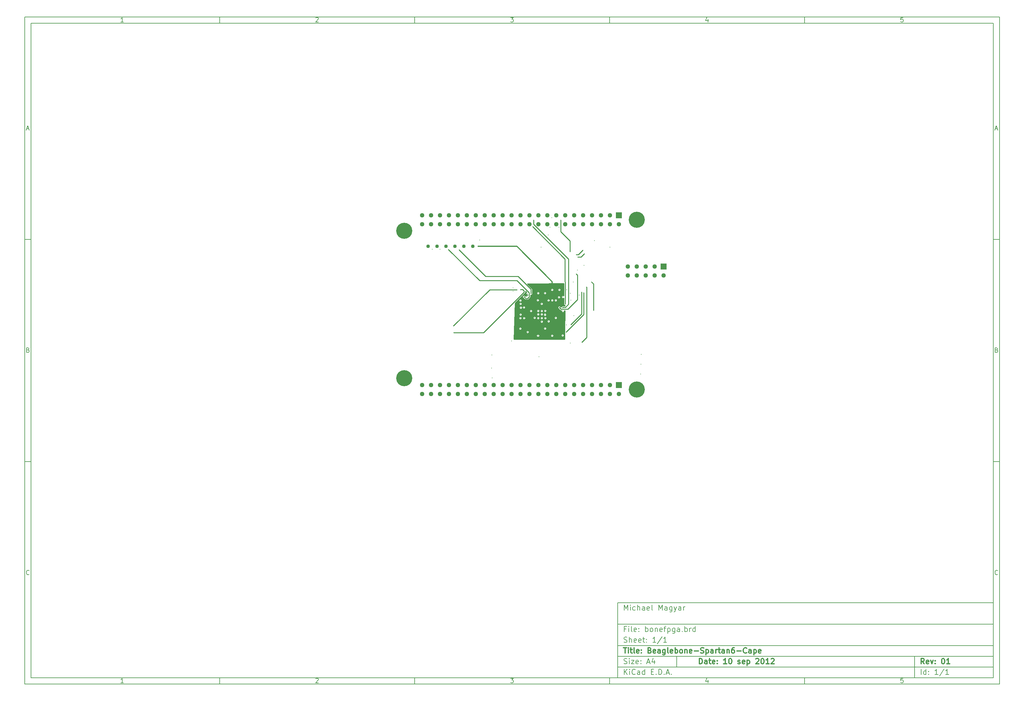
<source format=gbr>
G04 (created by PCBNEW-RS274X (2012-jan-04)-stable) date Mon Sep 10 12:25:47 2012*
G01*
G70*
G90*
%MOIN*%
G04 Gerber Fmt 3.4, Leading zero omitted, Abs format*
%FSLAX34Y34*%
G04 APERTURE LIST*
%ADD10C,0.006000*%
%ADD11C,0.012000*%
%ADD12C,0.040200*%
%ADD13C,0.180000*%
%ADD14R,0.065000X0.065000*%
%ADD15C,0.051200*%
%ADD16C,0.011800*%
%ADD17C,0.009800*%
%ADD18C,0.011800*%
%ADD19C,0.010000*%
G04 APERTURE END LIST*
G54D10*
X04000Y-04000D02*
X113000Y-04000D01*
X113000Y-78670D01*
X04000Y-78670D01*
X04000Y-04000D01*
X04700Y-04700D02*
X112300Y-04700D01*
X112300Y-77970D01*
X04700Y-77970D01*
X04700Y-04700D01*
X25800Y-04000D02*
X25800Y-04700D01*
X15043Y-04552D02*
X14757Y-04552D01*
X14900Y-04552D02*
X14900Y-04052D01*
X14852Y-04124D01*
X14805Y-04171D01*
X14757Y-04195D01*
X25800Y-78670D02*
X25800Y-77970D01*
X15043Y-78522D02*
X14757Y-78522D01*
X14900Y-78522D02*
X14900Y-78022D01*
X14852Y-78094D01*
X14805Y-78141D01*
X14757Y-78165D01*
X47600Y-04000D02*
X47600Y-04700D01*
X36557Y-04100D02*
X36581Y-04076D01*
X36629Y-04052D01*
X36748Y-04052D01*
X36795Y-04076D01*
X36819Y-04100D01*
X36843Y-04148D01*
X36843Y-04195D01*
X36819Y-04267D01*
X36533Y-04552D01*
X36843Y-04552D01*
X47600Y-78670D02*
X47600Y-77970D01*
X36557Y-78070D02*
X36581Y-78046D01*
X36629Y-78022D01*
X36748Y-78022D01*
X36795Y-78046D01*
X36819Y-78070D01*
X36843Y-78118D01*
X36843Y-78165D01*
X36819Y-78237D01*
X36533Y-78522D01*
X36843Y-78522D01*
X69400Y-04000D02*
X69400Y-04700D01*
X58333Y-04052D02*
X58643Y-04052D01*
X58476Y-04243D01*
X58548Y-04243D01*
X58595Y-04267D01*
X58619Y-04290D01*
X58643Y-04338D01*
X58643Y-04457D01*
X58619Y-04505D01*
X58595Y-04529D01*
X58548Y-04552D01*
X58405Y-04552D01*
X58357Y-04529D01*
X58333Y-04505D01*
X69400Y-78670D02*
X69400Y-77970D01*
X58333Y-78022D02*
X58643Y-78022D01*
X58476Y-78213D01*
X58548Y-78213D01*
X58595Y-78237D01*
X58619Y-78260D01*
X58643Y-78308D01*
X58643Y-78427D01*
X58619Y-78475D01*
X58595Y-78499D01*
X58548Y-78522D01*
X58405Y-78522D01*
X58357Y-78499D01*
X58333Y-78475D01*
X91200Y-04000D02*
X91200Y-04700D01*
X80395Y-04219D02*
X80395Y-04552D01*
X80276Y-04029D02*
X80157Y-04386D01*
X80467Y-04386D01*
X91200Y-78670D02*
X91200Y-77970D01*
X80395Y-78189D02*
X80395Y-78522D01*
X80276Y-77999D02*
X80157Y-78356D01*
X80467Y-78356D01*
X102219Y-04052D02*
X101981Y-04052D01*
X101957Y-04290D01*
X101981Y-04267D01*
X102029Y-04243D01*
X102148Y-04243D01*
X102195Y-04267D01*
X102219Y-04290D01*
X102243Y-04338D01*
X102243Y-04457D01*
X102219Y-04505D01*
X102195Y-04529D01*
X102148Y-04552D01*
X102029Y-04552D01*
X101981Y-04529D01*
X101957Y-04505D01*
X102219Y-78022D02*
X101981Y-78022D01*
X101957Y-78260D01*
X101981Y-78237D01*
X102029Y-78213D01*
X102148Y-78213D01*
X102195Y-78237D01*
X102219Y-78260D01*
X102243Y-78308D01*
X102243Y-78427D01*
X102219Y-78475D01*
X102195Y-78499D01*
X102148Y-78522D01*
X102029Y-78522D01*
X101981Y-78499D01*
X101957Y-78475D01*
X04000Y-28890D02*
X04700Y-28890D01*
X04231Y-16510D02*
X04469Y-16510D01*
X04184Y-16652D02*
X04350Y-16152D01*
X04517Y-16652D01*
X113000Y-28890D02*
X112300Y-28890D01*
X112531Y-16510D02*
X112769Y-16510D01*
X112484Y-16652D02*
X112650Y-16152D01*
X112817Y-16652D01*
X04000Y-53780D02*
X04700Y-53780D01*
X04386Y-41280D02*
X04457Y-41304D01*
X04481Y-41328D01*
X04505Y-41376D01*
X04505Y-41447D01*
X04481Y-41495D01*
X04457Y-41519D01*
X04410Y-41542D01*
X04219Y-41542D01*
X04219Y-41042D01*
X04386Y-41042D01*
X04433Y-41066D01*
X04457Y-41090D01*
X04481Y-41138D01*
X04481Y-41185D01*
X04457Y-41233D01*
X04433Y-41257D01*
X04386Y-41280D01*
X04219Y-41280D01*
X113000Y-53780D02*
X112300Y-53780D01*
X112686Y-41280D02*
X112757Y-41304D01*
X112781Y-41328D01*
X112805Y-41376D01*
X112805Y-41447D01*
X112781Y-41495D01*
X112757Y-41519D01*
X112710Y-41542D01*
X112519Y-41542D01*
X112519Y-41042D01*
X112686Y-41042D01*
X112733Y-41066D01*
X112757Y-41090D01*
X112781Y-41138D01*
X112781Y-41185D01*
X112757Y-41233D01*
X112733Y-41257D01*
X112686Y-41280D01*
X112519Y-41280D01*
X04505Y-66385D02*
X04481Y-66409D01*
X04410Y-66432D01*
X04362Y-66432D01*
X04290Y-66409D01*
X04243Y-66361D01*
X04219Y-66313D01*
X04195Y-66218D01*
X04195Y-66147D01*
X04219Y-66051D01*
X04243Y-66004D01*
X04290Y-65956D01*
X04362Y-65932D01*
X04410Y-65932D01*
X04481Y-65956D01*
X04505Y-65980D01*
X112805Y-66385D02*
X112781Y-66409D01*
X112710Y-66432D01*
X112662Y-66432D01*
X112590Y-66409D01*
X112543Y-66361D01*
X112519Y-66313D01*
X112495Y-66218D01*
X112495Y-66147D01*
X112519Y-66051D01*
X112543Y-66004D01*
X112590Y-65956D01*
X112662Y-65932D01*
X112710Y-65932D01*
X112781Y-65956D01*
X112805Y-65980D01*
G54D11*
X79443Y-76413D02*
X79443Y-75813D01*
X79586Y-75813D01*
X79671Y-75841D01*
X79729Y-75899D01*
X79757Y-75956D01*
X79786Y-76070D01*
X79786Y-76156D01*
X79757Y-76270D01*
X79729Y-76327D01*
X79671Y-76384D01*
X79586Y-76413D01*
X79443Y-76413D01*
X80300Y-76413D02*
X80300Y-76099D01*
X80271Y-76041D01*
X80214Y-76013D01*
X80100Y-76013D01*
X80043Y-76041D01*
X80300Y-76384D02*
X80243Y-76413D01*
X80100Y-76413D01*
X80043Y-76384D01*
X80014Y-76327D01*
X80014Y-76270D01*
X80043Y-76213D01*
X80100Y-76184D01*
X80243Y-76184D01*
X80300Y-76156D01*
X80500Y-76013D02*
X80729Y-76013D01*
X80586Y-75813D02*
X80586Y-76327D01*
X80614Y-76384D01*
X80672Y-76413D01*
X80729Y-76413D01*
X81157Y-76384D02*
X81100Y-76413D01*
X80986Y-76413D01*
X80929Y-76384D01*
X80900Y-76327D01*
X80900Y-76099D01*
X80929Y-76041D01*
X80986Y-76013D01*
X81100Y-76013D01*
X81157Y-76041D01*
X81186Y-76099D01*
X81186Y-76156D01*
X80900Y-76213D01*
X81443Y-76356D02*
X81471Y-76384D01*
X81443Y-76413D01*
X81414Y-76384D01*
X81443Y-76356D01*
X81443Y-76413D01*
X81443Y-76041D02*
X81471Y-76070D01*
X81443Y-76099D01*
X81414Y-76070D01*
X81443Y-76041D01*
X81443Y-76099D01*
X82500Y-76413D02*
X82157Y-76413D01*
X82329Y-76413D02*
X82329Y-75813D01*
X82272Y-75899D01*
X82214Y-75956D01*
X82157Y-75984D01*
X82871Y-75813D02*
X82928Y-75813D01*
X82985Y-75841D01*
X83014Y-75870D01*
X83043Y-75927D01*
X83071Y-76041D01*
X83071Y-76184D01*
X83043Y-76299D01*
X83014Y-76356D01*
X82985Y-76384D01*
X82928Y-76413D01*
X82871Y-76413D01*
X82814Y-76384D01*
X82785Y-76356D01*
X82757Y-76299D01*
X82728Y-76184D01*
X82728Y-76041D01*
X82757Y-75927D01*
X82785Y-75870D01*
X82814Y-75841D01*
X82871Y-75813D01*
X83756Y-76384D02*
X83813Y-76413D01*
X83928Y-76413D01*
X83985Y-76384D01*
X84013Y-76327D01*
X84013Y-76299D01*
X83985Y-76241D01*
X83928Y-76213D01*
X83842Y-76213D01*
X83785Y-76184D01*
X83756Y-76127D01*
X83756Y-76099D01*
X83785Y-76041D01*
X83842Y-76013D01*
X83928Y-76013D01*
X83985Y-76041D01*
X84499Y-76384D02*
X84442Y-76413D01*
X84328Y-76413D01*
X84271Y-76384D01*
X84242Y-76327D01*
X84242Y-76099D01*
X84271Y-76041D01*
X84328Y-76013D01*
X84442Y-76013D01*
X84499Y-76041D01*
X84528Y-76099D01*
X84528Y-76156D01*
X84242Y-76213D01*
X84785Y-76013D02*
X84785Y-76613D01*
X84785Y-76041D02*
X84842Y-76013D01*
X84956Y-76013D01*
X85013Y-76041D01*
X85042Y-76070D01*
X85071Y-76127D01*
X85071Y-76299D01*
X85042Y-76356D01*
X85013Y-76384D01*
X84956Y-76413D01*
X84842Y-76413D01*
X84785Y-76384D01*
X85756Y-75870D02*
X85785Y-75841D01*
X85842Y-75813D01*
X85985Y-75813D01*
X86042Y-75841D01*
X86071Y-75870D01*
X86099Y-75927D01*
X86099Y-75984D01*
X86071Y-76070D01*
X85728Y-76413D01*
X86099Y-76413D01*
X86470Y-75813D02*
X86527Y-75813D01*
X86584Y-75841D01*
X86613Y-75870D01*
X86642Y-75927D01*
X86670Y-76041D01*
X86670Y-76184D01*
X86642Y-76299D01*
X86613Y-76356D01*
X86584Y-76384D01*
X86527Y-76413D01*
X86470Y-76413D01*
X86413Y-76384D01*
X86384Y-76356D01*
X86356Y-76299D01*
X86327Y-76184D01*
X86327Y-76041D01*
X86356Y-75927D01*
X86384Y-75870D01*
X86413Y-75841D01*
X86470Y-75813D01*
X87241Y-76413D02*
X86898Y-76413D01*
X87070Y-76413D02*
X87070Y-75813D01*
X87013Y-75899D01*
X86955Y-75956D01*
X86898Y-75984D01*
X87469Y-75870D02*
X87498Y-75841D01*
X87555Y-75813D01*
X87698Y-75813D01*
X87755Y-75841D01*
X87784Y-75870D01*
X87812Y-75927D01*
X87812Y-75984D01*
X87784Y-76070D01*
X87441Y-76413D01*
X87812Y-76413D01*
G54D10*
X71043Y-77613D02*
X71043Y-77013D01*
X71386Y-77613D02*
X71129Y-77270D01*
X71386Y-77013D02*
X71043Y-77356D01*
X71643Y-77613D02*
X71643Y-77213D01*
X71643Y-77013D02*
X71614Y-77041D01*
X71643Y-77070D01*
X71671Y-77041D01*
X71643Y-77013D01*
X71643Y-77070D01*
X72272Y-77556D02*
X72243Y-77584D01*
X72157Y-77613D01*
X72100Y-77613D01*
X72015Y-77584D01*
X71957Y-77527D01*
X71929Y-77470D01*
X71900Y-77356D01*
X71900Y-77270D01*
X71929Y-77156D01*
X71957Y-77099D01*
X72015Y-77041D01*
X72100Y-77013D01*
X72157Y-77013D01*
X72243Y-77041D01*
X72272Y-77070D01*
X72786Y-77613D02*
X72786Y-77299D01*
X72757Y-77241D01*
X72700Y-77213D01*
X72586Y-77213D01*
X72529Y-77241D01*
X72786Y-77584D02*
X72729Y-77613D01*
X72586Y-77613D01*
X72529Y-77584D01*
X72500Y-77527D01*
X72500Y-77470D01*
X72529Y-77413D01*
X72586Y-77384D01*
X72729Y-77384D01*
X72786Y-77356D01*
X73329Y-77613D02*
X73329Y-77013D01*
X73329Y-77584D02*
X73272Y-77613D01*
X73158Y-77613D01*
X73100Y-77584D01*
X73072Y-77556D01*
X73043Y-77499D01*
X73043Y-77327D01*
X73072Y-77270D01*
X73100Y-77241D01*
X73158Y-77213D01*
X73272Y-77213D01*
X73329Y-77241D01*
X74072Y-77299D02*
X74272Y-77299D01*
X74358Y-77613D02*
X74072Y-77613D01*
X74072Y-77013D01*
X74358Y-77013D01*
X74615Y-77556D02*
X74643Y-77584D01*
X74615Y-77613D01*
X74586Y-77584D01*
X74615Y-77556D01*
X74615Y-77613D01*
X74901Y-77613D02*
X74901Y-77013D01*
X75044Y-77013D01*
X75129Y-77041D01*
X75187Y-77099D01*
X75215Y-77156D01*
X75244Y-77270D01*
X75244Y-77356D01*
X75215Y-77470D01*
X75187Y-77527D01*
X75129Y-77584D01*
X75044Y-77613D01*
X74901Y-77613D01*
X75501Y-77556D02*
X75529Y-77584D01*
X75501Y-77613D01*
X75472Y-77584D01*
X75501Y-77556D01*
X75501Y-77613D01*
X75758Y-77441D02*
X76044Y-77441D01*
X75701Y-77613D02*
X75901Y-77013D01*
X76101Y-77613D01*
X76301Y-77556D02*
X76329Y-77584D01*
X76301Y-77613D01*
X76272Y-77584D01*
X76301Y-77556D01*
X76301Y-77613D01*
G54D11*
X104586Y-76413D02*
X104386Y-76127D01*
X104243Y-76413D02*
X104243Y-75813D01*
X104471Y-75813D01*
X104529Y-75841D01*
X104557Y-75870D01*
X104586Y-75927D01*
X104586Y-76013D01*
X104557Y-76070D01*
X104529Y-76099D01*
X104471Y-76127D01*
X104243Y-76127D01*
X105071Y-76384D02*
X105014Y-76413D01*
X104900Y-76413D01*
X104843Y-76384D01*
X104814Y-76327D01*
X104814Y-76099D01*
X104843Y-76041D01*
X104900Y-76013D01*
X105014Y-76013D01*
X105071Y-76041D01*
X105100Y-76099D01*
X105100Y-76156D01*
X104814Y-76213D01*
X105300Y-76013D02*
X105443Y-76413D01*
X105585Y-76013D01*
X105814Y-76356D02*
X105842Y-76384D01*
X105814Y-76413D01*
X105785Y-76384D01*
X105814Y-76356D01*
X105814Y-76413D01*
X105814Y-76041D02*
X105842Y-76070D01*
X105814Y-76099D01*
X105785Y-76070D01*
X105814Y-76041D01*
X105814Y-76099D01*
X106671Y-75813D02*
X106728Y-75813D01*
X106785Y-75841D01*
X106814Y-75870D01*
X106843Y-75927D01*
X106871Y-76041D01*
X106871Y-76184D01*
X106843Y-76299D01*
X106814Y-76356D01*
X106785Y-76384D01*
X106728Y-76413D01*
X106671Y-76413D01*
X106614Y-76384D01*
X106585Y-76356D01*
X106557Y-76299D01*
X106528Y-76184D01*
X106528Y-76041D01*
X106557Y-75927D01*
X106585Y-75870D01*
X106614Y-75841D01*
X106671Y-75813D01*
X107442Y-76413D02*
X107099Y-76413D01*
X107271Y-76413D02*
X107271Y-75813D01*
X107214Y-75899D01*
X107156Y-75956D01*
X107099Y-75984D01*
G54D10*
X71014Y-76384D02*
X71100Y-76413D01*
X71243Y-76413D01*
X71300Y-76384D01*
X71329Y-76356D01*
X71357Y-76299D01*
X71357Y-76241D01*
X71329Y-76184D01*
X71300Y-76156D01*
X71243Y-76127D01*
X71129Y-76099D01*
X71071Y-76070D01*
X71043Y-76041D01*
X71014Y-75984D01*
X71014Y-75927D01*
X71043Y-75870D01*
X71071Y-75841D01*
X71129Y-75813D01*
X71271Y-75813D01*
X71357Y-75841D01*
X71614Y-76413D02*
X71614Y-76013D01*
X71614Y-75813D02*
X71585Y-75841D01*
X71614Y-75870D01*
X71642Y-75841D01*
X71614Y-75813D01*
X71614Y-75870D01*
X71843Y-76013D02*
X72157Y-76013D01*
X71843Y-76413D01*
X72157Y-76413D01*
X72614Y-76384D02*
X72557Y-76413D01*
X72443Y-76413D01*
X72386Y-76384D01*
X72357Y-76327D01*
X72357Y-76099D01*
X72386Y-76041D01*
X72443Y-76013D01*
X72557Y-76013D01*
X72614Y-76041D01*
X72643Y-76099D01*
X72643Y-76156D01*
X72357Y-76213D01*
X72900Y-76356D02*
X72928Y-76384D01*
X72900Y-76413D01*
X72871Y-76384D01*
X72900Y-76356D01*
X72900Y-76413D01*
X72900Y-76041D02*
X72928Y-76070D01*
X72900Y-76099D01*
X72871Y-76070D01*
X72900Y-76041D01*
X72900Y-76099D01*
X73614Y-76241D02*
X73900Y-76241D01*
X73557Y-76413D02*
X73757Y-75813D01*
X73957Y-76413D01*
X74414Y-76013D02*
X74414Y-76413D01*
X74271Y-75784D02*
X74128Y-76213D01*
X74500Y-76213D01*
X104243Y-77613D02*
X104243Y-77013D01*
X104786Y-77613D02*
X104786Y-77013D01*
X104786Y-77584D02*
X104729Y-77613D01*
X104615Y-77613D01*
X104557Y-77584D01*
X104529Y-77556D01*
X104500Y-77499D01*
X104500Y-77327D01*
X104529Y-77270D01*
X104557Y-77241D01*
X104615Y-77213D01*
X104729Y-77213D01*
X104786Y-77241D01*
X105072Y-77556D02*
X105100Y-77584D01*
X105072Y-77613D01*
X105043Y-77584D01*
X105072Y-77556D01*
X105072Y-77613D01*
X105072Y-77241D02*
X105100Y-77270D01*
X105072Y-77299D01*
X105043Y-77270D01*
X105072Y-77241D01*
X105072Y-77299D01*
X106129Y-77613D02*
X105786Y-77613D01*
X105958Y-77613D02*
X105958Y-77013D01*
X105901Y-77099D01*
X105843Y-77156D01*
X105786Y-77184D01*
X106814Y-76984D02*
X106300Y-77756D01*
X107329Y-77613D02*
X106986Y-77613D01*
X107158Y-77613D02*
X107158Y-77013D01*
X107101Y-77099D01*
X107043Y-77156D01*
X106986Y-77184D01*
G54D11*
X70957Y-74613D02*
X71300Y-74613D01*
X71129Y-75213D02*
X71129Y-74613D01*
X71500Y-75213D02*
X71500Y-74813D01*
X71500Y-74613D02*
X71471Y-74641D01*
X71500Y-74670D01*
X71528Y-74641D01*
X71500Y-74613D01*
X71500Y-74670D01*
X71700Y-74813D02*
X71929Y-74813D01*
X71786Y-74613D02*
X71786Y-75127D01*
X71814Y-75184D01*
X71872Y-75213D01*
X71929Y-75213D01*
X72215Y-75213D02*
X72157Y-75184D01*
X72129Y-75127D01*
X72129Y-74613D01*
X72671Y-75184D02*
X72614Y-75213D01*
X72500Y-75213D01*
X72443Y-75184D01*
X72414Y-75127D01*
X72414Y-74899D01*
X72443Y-74841D01*
X72500Y-74813D01*
X72614Y-74813D01*
X72671Y-74841D01*
X72700Y-74899D01*
X72700Y-74956D01*
X72414Y-75013D01*
X72957Y-75156D02*
X72985Y-75184D01*
X72957Y-75213D01*
X72928Y-75184D01*
X72957Y-75156D01*
X72957Y-75213D01*
X72957Y-74841D02*
X72985Y-74870D01*
X72957Y-74899D01*
X72928Y-74870D01*
X72957Y-74841D01*
X72957Y-74899D01*
X73900Y-74899D02*
X73986Y-74927D01*
X74014Y-74956D01*
X74043Y-75013D01*
X74043Y-75099D01*
X74014Y-75156D01*
X73986Y-75184D01*
X73928Y-75213D01*
X73700Y-75213D01*
X73700Y-74613D01*
X73900Y-74613D01*
X73957Y-74641D01*
X73986Y-74670D01*
X74014Y-74727D01*
X74014Y-74784D01*
X73986Y-74841D01*
X73957Y-74870D01*
X73900Y-74899D01*
X73700Y-74899D01*
X74528Y-75184D02*
X74471Y-75213D01*
X74357Y-75213D01*
X74300Y-75184D01*
X74271Y-75127D01*
X74271Y-74899D01*
X74300Y-74841D01*
X74357Y-74813D01*
X74471Y-74813D01*
X74528Y-74841D01*
X74557Y-74899D01*
X74557Y-74956D01*
X74271Y-75013D01*
X75071Y-75213D02*
X75071Y-74899D01*
X75042Y-74841D01*
X74985Y-74813D01*
X74871Y-74813D01*
X74814Y-74841D01*
X75071Y-75184D02*
X75014Y-75213D01*
X74871Y-75213D01*
X74814Y-75184D01*
X74785Y-75127D01*
X74785Y-75070D01*
X74814Y-75013D01*
X74871Y-74984D01*
X75014Y-74984D01*
X75071Y-74956D01*
X75614Y-74813D02*
X75614Y-75299D01*
X75585Y-75356D01*
X75557Y-75384D01*
X75500Y-75413D01*
X75414Y-75413D01*
X75357Y-75384D01*
X75614Y-75184D02*
X75557Y-75213D01*
X75443Y-75213D01*
X75385Y-75184D01*
X75357Y-75156D01*
X75328Y-75099D01*
X75328Y-74927D01*
X75357Y-74870D01*
X75385Y-74841D01*
X75443Y-74813D01*
X75557Y-74813D01*
X75614Y-74841D01*
X75986Y-75213D02*
X75928Y-75184D01*
X75900Y-75127D01*
X75900Y-74613D01*
X76442Y-75184D02*
X76385Y-75213D01*
X76271Y-75213D01*
X76214Y-75184D01*
X76185Y-75127D01*
X76185Y-74899D01*
X76214Y-74841D01*
X76271Y-74813D01*
X76385Y-74813D01*
X76442Y-74841D01*
X76471Y-74899D01*
X76471Y-74956D01*
X76185Y-75013D01*
X76728Y-75213D02*
X76728Y-74613D01*
X76728Y-74841D02*
X76785Y-74813D01*
X76899Y-74813D01*
X76956Y-74841D01*
X76985Y-74870D01*
X77014Y-74927D01*
X77014Y-75099D01*
X76985Y-75156D01*
X76956Y-75184D01*
X76899Y-75213D01*
X76785Y-75213D01*
X76728Y-75184D01*
X77357Y-75213D02*
X77299Y-75184D01*
X77271Y-75156D01*
X77242Y-75099D01*
X77242Y-74927D01*
X77271Y-74870D01*
X77299Y-74841D01*
X77357Y-74813D01*
X77442Y-74813D01*
X77499Y-74841D01*
X77528Y-74870D01*
X77557Y-74927D01*
X77557Y-75099D01*
X77528Y-75156D01*
X77499Y-75184D01*
X77442Y-75213D01*
X77357Y-75213D01*
X77814Y-74813D02*
X77814Y-75213D01*
X77814Y-74870D02*
X77842Y-74841D01*
X77900Y-74813D01*
X77985Y-74813D01*
X78042Y-74841D01*
X78071Y-74899D01*
X78071Y-75213D01*
X78585Y-75184D02*
X78528Y-75213D01*
X78414Y-75213D01*
X78357Y-75184D01*
X78328Y-75127D01*
X78328Y-74899D01*
X78357Y-74841D01*
X78414Y-74813D01*
X78528Y-74813D01*
X78585Y-74841D01*
X78614Y-74899D01*
X78614Y-74956D01*
X78328Y-75013D01*
X78871Y-74984D02*
X79328Y-74984D01*
X79585Y-75184D02*
X79671Y-75213D01*
X79814Y-75213D01*
X79871Y-75184D01*
X79900Y-75156D01*
X79928Y-75099D01*
X79928Y-75041D01*
X79900Y-74984D01*
X79871Y-74956D01*
X79814Y-74927D01*
X79700Y-74899D01*
X79642Y-74870D01*
X79614Y-74841D01*
X79585Y-74784D01*
X79585Y-74727D01*
X79614Y-74670D01*
X79642Y-74641D01*
X79700Y-74613D01*
X79842Y-74613D01*
X79928Y-74641D01*
X80185Y-74813D02*
X80185Y-75413D01*
X80185Y-74841D02*
X80242Y-74813D01*
X80356Y-74813D01*
X80413Y-74841D01*
X80442Y-74870D01*
X80471Y-74927D01*
X80471Y-75099D01*
X80442Y-75156D01*
X80413Y-75184D01*
X80356Y-75213D01*
X80242Y-75213D01*
X80185Y-75184D01*
X80985Y-75213D02*
X80985Y-74899D01*
X80956Y-74841D01*
X80899Y-74813D01*
X80785Y-74813D01*
X80728Y-74841D01*
X80985Y-75184D02*
X80928Y-75213D01*
X80785Y-75213D01*
X80728Y-75184D01*
X80699Y-75127D01*
X80699Y-75070D01*
X80728Y-75013D01*
X80785Y-74984D01*
X80928Y-74984D01*
X80985Y-74956D01*
X81271Y-75213D02*
X81271Y-74813D01*
X81271Y-74927D02*
X81299Y-74870D01*
X81328Y-74841D01*
X81385Y-74813D01*
X81442Y-74813D01*
X81556Y-74813D02*
X81785Y-74813D01*
X81642Y-74613D02*
X81642Y-75127D01*
X81670Y-75184D01*
X81728Y-75213D01*
X81785Y-75213D01*
X82242Y-75213D02*
X82242Y-74899D01*
X82213Y-74841D01*
X82156Y-74813D01*
X82042Y-74813D01*
X81985Y-74841D01*
X82242Y-75184D02*
X82185Y-75213D01*
X82042Y-75213D01*
X81985Y-75184D01*
X81956Y-75127D01*
X81956Y-75070D01*
X81985Y-75013D01*
X82042Y-74984D01*
X82185Y-74984D01*
X82242Y-74956D01*
X82528Y-74813D02*
X82528Y-75213D01*
X82528Y-74870D02*
X82556Y-74841D01*
X82614Y-74813D01*
X82699Y-74813D01*
X82756Y-74841D01*
X82785Y-74899D01*
X82785Y-75213D01*
X83328Y-74613D02*
X83214Y-74613D01*
X83157Y-74641D01*
X83128Y-74670D01*
X83071Y-74756D01*
X83042Y-74870D01*
X83042Y-75099D01*
X83071Y-75156D01*
X83099Y-75184D01*
X83157Y-75213D01*
X83271Y-75213D01*
X83328Y-75184D01*
X83357Y-75156D01*
X83385Y-75099D01*
X83385Y-74956D01*
X83357Y-74899D01*
X83328Y-74870D01*
X83271Y-74841D01*
X83157Y-74841D01*
X83099Y-74870D01*
X83071Y-74899D01*
X83042Y-74956D01*
X83642Y-74984D02*
X84099Y-74984D01*
X84728Y-75156D02*
X84699Y-75184D01*
X84613Y-75213D01*
X84556Y-75213D01*
X84471Y-75184D01*
X84413Y-75127D01*
X84385Y-75070D01*
X84356Y-74956D01*
X84356Y-74870D01*
X84385Y-74756D01*
X84413Y-74699D01*
X84471Y-74641D01*
X84556Y-74613D01*
X84613Y-74613D01*
X84699Y-74641D01*
X84728Y-74670D01*
X85242Y-75213D02*
X85242Y-74899D01*
X85213Y-74841D01*
X85156Y-74813D01*
X85042Y-74813D01*
X84985Y-74841D01*
X85242Y-75184D02*
X85185Y-75213D01*
X85042Y-75213D01*
X84985Y-75184D01*
X84956Y-75127D01*
X84956Y-75070D01*
X84985Y-75013D01*
X85042Y-74984D01*
X85185Y-74984D01*
X85242Y-74956D01*
X85528Y-74813D02*
X85528Y-75413D01*
X85528Y-74841D02*
X85585Y-74813D01*
X85699Y-74813D01*
X85756Y-74841D01*
X85785Y-74870D01*
X85814Y-74927D01*
X85814Y-75099D01*
X85785Y-75156D01*
X85756Y-75184D01*
X85699Y-75213D01*
X85585Y-75213D01*
X85528Y-75184D01*
X86299Y-75184D02*
X86242Y-75213D01*
X86128Y-75213D01*
X86071Y-75184D01*
X86042Y-75127D01*
X86042Y-74899D01*
X86071Y-74841D01*
X86128Y-74813D01*
X86242Y-74813D01*
X86299Y-74841D01*
X86328Y-74899D01*
X86328Y-74956D01*
X86042Y-75013D01*
G54D10*
X71243Y-72499D02*
X71043Y-72499D01*
X71043Y-72813D02*
X71043Y-72213D01*
X71329Y-72213D01*
X71557Y-72813D02*
X71557Y-72413D01*
X71557Y-72213D02*
X71528Y-72241D01*
X71557Y-72270D01*
X71585Y-72241D01*
X71557Y-72213D01*
X71557Y-72270D01*
X71929Y-72813D02*
X71871Y-72784D01*
X71843Y-72727D01*
X71843Y-72213D01*
X72385Y-72784D02*
X72328Y-72813D01*
X72214Y-72813D01*
X72157Y-72784D01*
X72128Y-72727D01*
X72128Y-72499D01*
X72157Y-72441D01*
X72214Y-72413D01*
X72328Y-72413D01*
X72385Y-72441D01*
X72414Y-72499D01*
X72414Y-72556D01*
X72128Y-72613D01*
X72671Y-72756D02*
X72699Y-72784D01*
X72671Y-72813D01*
X72642Y-72784D01*
X72671Y-72756D01*
X72671Y-72813D01*
X72671Y-72441D02*
X72699Y-72470D01*
X72671Y-72499D01*
X72642Y-72470D01*
X72671Y-72441D01*
X72671Y-72499D01*
X73414Y-72813D02*
X73414Y-72213D01*
X73414Y-72441D02*
X73471Y-72413D01*
X73585Y-72413D01*
X73642Y-72441D01*
X73671Y-72470D01*
X73700Y-72527D01*
X73700Y-72699D01*
X73671Y-72756D01*
X73642Y-72784D01*
X73585Y-72813D01*
X73471Y-72813D01*
X73414Y-72784D01*
X74043Y-72813D02*
X73985Y-72784D01*
X73957Y-72756D01*
X73928Y-72699D01*
X73928Y-72527D01*
X73957Y-72470D01*
X73985Y-72441D01*
X74043Y-72413D01*
X74128Y-72413D01*
X74185Y-72441D01*
X74214Y-72470D01*
X74243Y-72527D01*
X74243Y-72699D01*
X74214Y-72756D01*
X74185Y-72784D01*
X74128Y-72813D01*
X74043Y-72813D01*
X74500Y-72413D02*
X74500Y-72813D01*
X74500Y-72470D02*
X74528Y-72441D01*
X74586Y-72413D01*
X74671Y-72413D01*
X74728Y-72441D01*
X74757Y-72499D01*
X74757Y-72813D01*
X75271Y-72784D02*
X75214Y-72813D01*
X75100Y-72813D01*
X75043Y-72784D01*
X75014Y-72727D01*
X75014Y-72499D01*
X75043Y-72441D01*
X75100Y-72413D01*
X75214Y-72413D01*
X75271Y-72441D01*
X75300Y-72499D01*
X75300Y-72556D01*
X75014Y-72613D01*
X75471Y-72413D02*
X75700Y-72413D01*
X75557Y-72813D02*
X75557Y-72299D01*
X75585Y-72241D01*
X75643Y-72213D01*
X75700Y-72213D01*
X75900Y-72413D02*
X75900Y-73013D01*
X75900Y-72441D02*
X75957Y-72413D01*
X76071Y-72413D01*
X76128Y-72441D01*
X76157Y-72470D01*
X76186Y-72527D01*
X76186Y-72699D01*
X76157Y-72756D01*
X76128Y-72784D01*
X76071Y-72813D01*
X75957Y-72813D01*
X75900Y-72784D01*
X76700Y-72413D02*
X76700Y-72899D01*
X76671Y-72956D01*
X76643Y-72984D01*
X76586Y-73013D01*
X76500Y-73013D01*
X76443Y-72984D01*
X76700Y-72784D02*
X76643Y-72813D01*
X76529Y-72813D01*
X76471Y-72784D01*
X76443Y-72756D01*
X76414Y-72699D01*
X76414Y-72527D01*
X76443Y-72470D01*
X76471Y-72441D01*
X76529Y-72413D01*
X76643Y-72413D01*
X76700Y-72441D01*
X77243Y-72813D02*
X77243Y-72499D01*
X77214Y-72441D01*
X77157Y-72413D01*
X77043Y-72413D01*
X76986Y-72441D01*
X77243Y-72784D02*
X77186Y-72813D01*
X77043Y-72813D01*
X76986Y-72784D01*
X76957Y-72727D01*
X76957Y-72670D01*
X76986Y-72613D01*
X77043Y-72584D01*
X77186Y-72584D01*
X77243Y-72556D01*
X77529Y-72756D02*
X77557Y-72784D01*
X77529Y-72813D01*
X77500Y-72784D01*
X77529Y-72756D01*
X77529Y-72813D01*
X77815Y-72813D02*
X77815Y-72213D01*
X77815Y-72441D02*
X77872Y-72413D01*
X77986Y-72413D01*
X78043Y-72441D01*
X78072Y-72470D01*
X78101Y-72527D01*
X78101Y-72699D01*
X78072Y-72756D01*
X78043Y-72784D01*
X77986Y-72813D01*
X77872Y-72813D01*
X77815Y-72784D01*
X78358Y-72813D02*
X78358Y-72413D01*
X78358Y-72527D02*
X78386Y-72470D01*
X78415Y-72441D01*
X78472Y-72413D01*
X78529Y-72413D01*
X78986Y-72813D02*
X78986Y-72213D01*
X78986Y-72784D02*
X78929Y-72813D01*
X78815Y-72813D01*
X78757Y-72784D01*
X78729Y-72756D01*
X78700Y-72699D01*
X78700Y-72527D01*
X78729Y-72470D01*
X78757Y-72441D01*
X78815Y-72413D01*
X78929Y-72413D01*
X78986Y-72441D01*
X71014Y-73984D02*
X71100Y-74013D01*
X71243Y-74013D01*
X71300Y-73984D01*
X71329Y-73956D01*
X71357Y-73899D01*
X71357Y-73841D01*
X71329Y-73784D01*
X71300Y-73756D01*
X71243Y-73727D01*
X71129Y-73699D01*
X71071Y-73670D01*
X71043Y-73641D01*
X71014Y-73584D01*
X71014Y-73527D01*
X71043Y-73470D01*
X71071Y-73441D01*
X71129Y-73413D01*
X71271Y-73413D01*
X71357Y-73441D01*
X71614Y-74013D02*
X71614Y-73413D01*
X71871Y-74013D02*
X71871Y-73699D01*
X71842Y-73641D01*
X71785Y-73613D01*
X71700Y-73613D01*
X71642Y-73641D01*
X71614Y-73670D01*
X72385Y-73984D02*
X72328Y-74013D01*
X72214Y-74013D01*
X72157Y-73984D01*
X72128Y-73927D01*
X72128Y-73699D01*
X72157Y-73641D01*
X72214Y-73613D01*
X72328Y-73613D01*
X72385Y-73641D01*
X72414Y-73699D01*
X72414Y-73756D01*
X72128Y-73813D01*
X72899Y-73984D02*
X72842Y-74013D01*
X72728Y-74013D01*
X72671Y-73984D01*
X72642Y-73927D01*
X72642Y-73699D01*
X72671Y-73641D01*
X72728Y-73613D01*
X72842Y-73613D01*
X72899Y-73641D01*
X72928Y-73699D01*
X72928Y-73756D01*
X72642Y-73813D01*
X73099Y-73613D02*
X73328Y-73613D01*
X73185Y-73413D02*
X73185Y-73927D01*
X73213Y-73984D01*
X73271Y-74013D01*
X73328Y-74013D01*
X73528Y-73956D02*
X73556Y-73984D01*
X73528Y-74013D01*
X73499Y-73984D01*
X73528Y-73956D01*
X73528Y-74013D01*
X73528Y-73641D02*
X73556Y-73670D01*
X73528Y-73699D01*
X73499Y-73670D01*
X73528Y-73641D01*
X73528Y-73699D01*
X74585Y-74013D02*
X74242Y-74013D01*
X74414Y-74013D02*
X74414Y-73413D01*
X74357Y-73499D01*
X74299Y-73556D01*
X74242Y-73584D01*
X75270Y-73384D02*
X74756Y-74156D01*
X75785Y-74013D02*
X75442Y-74013D01*
X75614Y-74013D02*
X75614Y-73413D01*
X75557Y-73499D01*
X75499Y-73556D01*
X75442Y-73584D01*
X71043Y-70413D02*
X71043Y-69813D01*
X71243Y-70241D01*
X71443Y-69813D01*
X71443Y-70413D01*
X71729Y-70413D02*
X71729Y-70013D01*
X71729Y-69813D02*
X71700Y-69841D01*
X71729Y-69870D01*
X71757Y-69841D01*
X71729Y-69813D01*
X71729Y-69870D01*
X72272Y-70384D02*
X72215Y-70413D01*
X72101Y-70413D01*
X72043Y-70384D01*
X72015Y-70356D01*
X71986Y-70299D01*
X71986Y-70127D01*
X72015Y-70070D01*
X72043Y-70041D01*
X72101Y-70013D01*
X72215Y-70013D01*
X72272Y-70041D01*
X72529Y-70413D02*
X72529Y-69813D01*
X72786Y-70413D02*
X72786Y-70099D01*
X72757Y-70041D01*
X72700Y-70013D01*
X72615Y-70013D01*
X72557Y-70041D01*
X72529Y-70070D01*
X73329Y-70413D02*
X73329Y-70099D01*
X73300Y-70041D01*
X73243Y-70013D01*
X73129Y-70013D01*
X73072Y-70041D01*
X73329Y-70384D02*
X73272Y-70413D01*
X73129Y-70413D01*
X73072Y-70384D01*
X73043Y-70327D01*
X73043Y-70270D01*
X73072Y-70213D01*
X73129Y-70184D01*
X73272Y-70184D01*
X73329Y-70156D01*
X73843Y-70384D02*
X73786Y-70413D01*
X73672Y-70413D01*
X73615Y-70384D01*
X73586Y-70327D01*
X73586Y-70099D01*
X73615Y-70041D01*
X73672Y-70013D01*
X73786Y-70013D01*
X73843Y-70041D01*
X73872Y-70099D01*
X73872Y-70156D01*
X73586Y-70213D01*
X74215Y-70413D02*
X74157Y-70384D01*
X74129Y-70327D01*
X74129Y-69813D01*
X74900Y-70413D02*
X74900Y-69813D01*
X75100Y-70241D01*
X75300Y-69813D01*
X75300Y-70413D01*
X75843Y-70413D02*
X75843Y-70099D01*
X75814Y-70041D01*
X75757Y-70013D01*
X75643Y-70013D01*
X75586Y-70041D01*
X75843Y-70384D02*
X75786Y-70413D01*
X75643Y-70413D01*
X75586Y-70384D01*
X75557Y-70327D01*
X75557Y-70270D01*
X75586Y-70213D01*
X75643Y-70184D01*
X75786Y-70184D01*
X75843Y-70156D01*
X76386Y-70013D02*
X76386Y-70499D01*
X76357Y-70556D01*
X76329Y-70584D01*
X76272Y-70613D01*
X76186Y-70613D01*
X76129Y-70584D01*
X76386Y-70384D02*
X76329Y-70413D01*
X76215Y-70413D01*
X76157Y-70384D01*
X76129Y-70356D01*
X76100Y-70299D01*
X76100Y-70127D01*
X76129Y-70070D01*
X76157Y-70041D01*
X76215Y-70013D01*
X76329Y-70013D01*
X76386Y-70041D01*
X76615Y-70013D02*
X76758Y-70413D01*
X76900Y-70013D02*
X76758Y-70413D01*
X76700Y-70556D01*
X76672Y-70584D01*
X76615Y-70613D01*
X77386Y-70413D02*
X77386Y-70099D01*
X77357Y-70041D01*
X77300Y-70013D01*
X77186Y-70013D01*
X77129Y-70041D01*
X77386Y-70384D02*
X77329Y-70413D01*
X77186Y-70413D01*
X77129Y-70384D01*
X77100Y-70327D01*
X77100Y-70270D01*
X77129Y-70213D01*
X77186Y-70184D01*
X77329Y-70184D01*
X77386Y-70156D01*
X77672Y-70413D02*
X77672Y-70013D01*
X77672Y-70127D02*
X77700Y-70070D01*
X77729Y-70041D01*
X77786Y-70013D01*
X77843Y-70013D01*
X70300Y-69570D02*
X70300Y-77970D01*
X70300Y-71970D02*
X112300Y-71970D01*
X70300Y-69570D02*
X112300Y-69570D01*
X70300Y-74370D02*
X112300Y-74370D01*
X103500Y-75570D02*
X103500Y-77970D01*
X70300Y-76770D02*
X112300Y-76770D01*
X70300Y-75570D02*
X112300Y-75570D01*
X76900Y-75570D02*
X76900Y-76770D01*
G54D12*
X54106Y-29681D03*
X53106Y-29681D03*
X52106Y-29681D03*
X49106Y-29681D03*
X50106Y-29681D03*
X51106Y-29681D03*
G54D13*
X46447Y-27947D03*
X72447Y-26697D03*
X72447Y-45697D03*
X46447Y-44447D03*
G54D14*
X70447Y-26197D03*
G54D15*
X70447Y-27197D03*
X69447Y-26197D03*
X69447Y-27197D03*
X68447Y-26197D03*
X68447Y-27197D03*
X67447Y-26197D03*
X67447Y-27197D03*
X66447Y-26197D03*
X66447Y-27197D03*
X65447Y-26197D03*
X65447Y-27197D03*
X64447Y-26197D03*
X64447Y-27197D03*
X63447Y-26197D03*
X63447Y-27197D03*
X62447Y-26197D03*
X62447Y-27197D03*
X61447Y-26197D03*
X61447Y-27197D03*
X60447Y-26197D03*
X60447Y-27197D03*
X59447Y-26197D03*
X59447Y-27197D03*
X58447Y-26197D03*
X58447Y-27197D03*
X57447Y-26197D03*
X57447Y-27197D03*
X56447Y-26197D03*
X56447Y-27197D03*
X55447Y-26197D03*
X55447Y-27197D03*
X54447Y-26197D03*
X54447Y-27197D03*
X53447Y-26197D03*
X53447Y-27197D03*
X52447Y-26197D03*
X52447Y-27197D03*
X51447Y-26197D03*
X51447Y-27197D03*
X50447Y-26197D03*
X50447Y-27197D03*
X49447Y-26197D03*
X49447Y-27197D03*
X48447Y-26197D03*
X48447Y-27197D03*
G54D14*
X70447Y-45197D03*
G54D15*
X70447Y-46197D03*
X69447Y-45197D03*
X69447Y-46197D03*
X68447Y-45197D03*
X68447Y-46197D03*
X67447Y-45197D03*
X67447Y-46197D03*
X66447Y-45197D03*
X66447Y-46197D03*
X65447Y-45197D03*
X65447Y-46197D03*
X64447Y-45197D03*
X64447Y-46197D03*
X63447Y-45197D03*
X63447Y-46197D03*
X62447Y-45197D03*
X62447Y-46197D03*
X61447Y-45197D03*
X61447Y-46197D03*
X60447Y-45197D03*
X60447Y-46197D03*
X59447Y-45197D03*
X59447Y-46197D03*
X58447Y-45197D03*
X58447Y-46197D03*
X57447Y-45197D03*
X57447Y-46197D03*
X56447Y-45197D03*
X56447Y-46197D03*
X55447Y-45197D03*
X55447Y-46197D03*
X54447Y-45197D03*
X54447Y-46197D03*
X53447Y-45197D03*
X53447Y-46197D03*
X52447Y-45197D03*
X52447Y-46197D03*
X51447Y-45197D03*
X51447Y-46197D03*
X50447Y-45197D03*
X50447Y-46197D03*
X49447Y-45197D03*
X49447Y-46197D03*
X48447Y-45197D03*
X48447Y-46197D03*
G54D14*
X75447Y-31947D03*
G54D15*
X75447Y-32947D03*
X74447Y-31947D03*
X74447Y-32947D03*
X73447Y-31947D03*
X73447Y-32947D03*
X72447Y-31947D03*
X72447Y-32947D03*
X71447Y-31947D03*
X71447Y-32947D03*
G54D16*
X56197Y-43287D03*
X61504Y-42020D03*
X56228Y-41850D03*
X56268Y-44413D03*
X51949Y-38579D03*
X59039Y-34524D03*
X59441Y-34524D03*
X51980Y-39350D03*
X67598Y-36819D03*
X67390Y-33677D03*
X64980Y-30276D03*
X66417Y-30087D03*
X63929Y-26720D03*
X65681Y-30591D03*
X64442Y-36121D03*
X60795Y-27472D03*
X64134Y-36528D03*
X60921Y-26728D03*
X63776Y-34531D03*
X62173Y-34902D03*
X60224Y-34925D03*
X64173Y-35335D03*
X62559Y-35717D03*
X61362Y-35693D03*
X59823Y-36504D03*
X59441Y-37299D03*
X59831Y-37697D03*
X59425Y-35724D03*
X59413Y-38878D03*
X62197Y-36890D03*
X62205Y-37697D03*
X61413Y-37693D03*
X61803Y-37693D03*
X61807Y-36906D03*
X61413Y-37283D03*
X61807Y-37280D03*
X63378Y-38071D03*
X59051Y-37654D03*
X61382Y-38878D03*
X54709Y-29661D03*
X64169Y-38858D03*
X61327Y-34039D03*
X58890Y-39260D03*
X62965Y-36890D03*
X63382Y-39650D03*
X63378Y-36882D03*
X62575Y-39248D03*
X61795Y-38472D03*
X59378Y-36295D03*
X62165Y-36528D03*
X62161Y-39673D03*
X61016Y-36504D03*
X62591Y-38465D03*
X62087Y-34024D03*
X60610Y-38858D03*
X59287Y-36913D03*
X59827Y-39650D03*
X60598Y-37693D03*
X64169Y-37669D03*
X65854Y-30862D03*
X66579Y-30488D03*
X63756Y-27547D03*
X65409Y-37441D03*
X64996Y-34933D03*
X65795Y-32327D03*
X64598Y-34539D03*
X62555Y-28417D03*
X64150Y-39638D03*
X61736Y-29780D03*
X72925Y-42874D03*
X59421Y-37705D03*
X58445Y-40252D03*
X59465Y-36524D03*
X61394Y-39673D03*
X60228Y-39256D03*
X58610Y-34346D03*
X63729Y-35358D03*
X61413Y-36890D03*
X72886Y-43961D03*
X72953Y-41783D03*
X62571Y-38059D03*
X61406Y-34913D03*
X63370Y-37681D03*
X61799Y-36106D03*
X60610Y-36902D03*
X64571Y-38476D03*
X62965Y-39665D03*
X60189Y-35307D03*
X64165Y-36890D03*
X65008Y-40492D03*
X66555Y-31811D03*
X65339Y-33657D03*
X54870Y-28969D03*
X69433Y-29780D03*
X62177Y-37319D03*
X62185Y-38858D03*
X62969Y-34535D03*
X61012Y-37673D03*
X61807Y-38087D03*
X51382Y-30031D03*
X59827Y-35303D03*
X50441Y-29988D03*
X58626Y-34713D03*
X60614Y-34957D03*
X52575Y-30059D03*
X59449Y-36094D03*
X49591Y-29988D03*
X66303Y-40398D03*
X66811Y-34244D03*
X63776Y-36516D03*
X65681Y-32776D03*
X66268Y-34811D03*
X65079Y-38421D03*
X65071Y-35717D03*
X66024Y-35147D03*
X66516Y-34858D03*
X64551Y-39260D03*
X67701Y-29028D03*
X62941Y-26453D03*
X62976Y-35713D03*
X63370Y-35713D03*
X62744Y-27547D03*
G54D17*
X56004Y-34524D02*
X59039Y-34524D01*
X51949Y-38579D02*
X56004Y-34524D01*
X59441Y-34524D02*
X59453Y-34512D01*
X59693Y-34512D02*
X59858Y-34677D01*
X59453Y-34512D02*
X59693Y-34512D01*
X59858Y-34677D02*
X59858Y-34804D01*
X55312Y-39350D02*
X51980Y-39350D01*
X59858Y-34804D02*
X55312Y-39350D01*
X67598Y-33885D02*
X67598Y-36819D01*
X67390Y-33677D02*
X67598Y-33885D01*
X66417Y-30087D02*
X65913Y-30591D01*
X64980Y-29082D02*
X63929Y-28031D01*
X64980Y-30276D02*
X64980Y-29082D01*
X63929Y-28031D02*
X63929Y-26720D01*
X65913Y-30591D02*
X65681Y-30591D01*
X60795Y-27472D02*
X64419Y-31086D01*
X64419Y-31086D02*
X64442Y-36121D01*
X64815Y-31087D02*
X60921Y-27193D01*
X64170Y-36492D02*
X64469Y-36492D01*
X64134Y-36528D02*
X64170Y-36492D01*
X64469Y-36492D02*
X64815Y-36146D01*
X64815Y-36146D02*
X64815Y-31087D01*
X60921Y-27193D02*
X60921Y-26728D01*
X62575Y-39248D02*
X62579Y-39248D01*
G54D18*
X54709Y-29661D02*
X59027Y-29661D01*
X62992Y-33996D02*
X62976Y-34012D01*
G54D17*
X61382Y-38878D02*
X61386Y-38878D01*
X64169Y-37669D02*
X64173Y-37669D01*
X62087Y-34024D02*
X62087Y-34020D01*
X59378Y-36295D02*
X59394Y-36295D01*
G54D18*
X62992Y-33626D02*
X62992Y-33996D01*
X59027Y-29661D02*
X62992Y-33626D01*
G54D17*
X65854Y-30862D02*
X66205Y-30862D01*
X66205Y-30862D02*
X66579Y-30488D01*
X60409Y-34874D02*
X59047Y-33512D01*
X60044Y-35520D02*
X60219Y-35520D01*
X54863Y-33512D02*
X51382Y-30031D01*
X60219Y-35520D02*
X60409Y-35330D01*
X59827Y-35303D02*
X60044Y-35520D01*
X59047Y-33512D02*
X54863Y-33512D01*
X60409Y-35330D02*
X60409Y-34874D01*
X60614Y-34957D02*
X60614Y-34484D01*
X59173Y-33043D02*
X55559Y-33043D01*
X60614Y-34484D02*
X59173Y-33043D01*
X55559Y-33043D02*
X52575Y-30059D01*
X66827Y-39874D02*
X66303Y-40398D01*
X66811Y-34244D02*
X66827Y-34228D01*
X66827Y-34228D02*
X66827Y-39874D01*
X65815Y-32910D02*
X65815Y-35650D01*
X65815Y-35650D02*
X64752Y-36713D01*
X65681Y-32776D02*
X65815Y-32910D01*
X64752Y-36713D02*
X63973Y-36713D01*
X63973Y-36713D02*
X63776Y-36516D01*
X66268Y-37232D02*
X65079Y-38421D01*
X66268Y-34811D02*
X66268Y-37196D01*
X66268Y-37196D02*
X66268Y-37232D01*
X66516Y-34858D02*
X66516Y-37295D01*
X66516Y-37295D02*
X64551Y-39260D01*
G54D10*
G36*
X64395Y-36871D02*
X64392Y-39204D01*
X64383Y-39226D01*
X64383Y-39293D01*
X64391Y-39315D01*
X64391Y-40052D01*
X64318Y-40052D01*
X64318Y-39672D01*
X64318Y-39605D01*
X64293Y-39543D01*
X64245Y-39496D01*
X64184Y-39470D01*
X64117Y-39470D01*
X64055Y-39495D01*
X64008Y-39543D01*
X63982Y-39604D01*
X63982Y-39671D01*
X64007Y-39733D01*
X64055Y-39780D01*
X64116Y-39806D01*
X64183Y-39806D01*
X64245Y-39781D01*
X64292Y-39733D01*
X64318Y-39672D01*
X64318Y-40052D01*
X63538Y-40054D01*
X63538Y-37715D01*
X63538Y-37648D01*
X63538Y-35747D01*
X63538Y-35680D01*
X63513Y-35618D01*
X63465Y-35571D01*
X63404Y-35545D01*
X63337Y-35545D01*
X63275Y-35570D01*
X63228Y-35618D01*
X63202Y-35679D01*
X63202Y-35746D01*
X63227Y-35808D01*
X63275Y-35855D01*
X63336Y-35881D01*
X63403Y-35881D01*
X63465Y-35856D01*
X63512Y-35808D01*
X63538Y-35747D01*
X63538Y-37648D01*
X63513Y-37586D01*
X63465Y-37539D01*
X63404Y-37513D01*
X63337Y-37513D01*
X63275Y-37538D01*
X63228Y-37586D01*
X63202Y-37647D01*
X63202Y-37714D01*
X63227Y-37776D01*
X63275Y-37823D01*
X63336Y-37849D01*
X63403Y-37849D01*
X63465Y-37824D01*
X63512Y-37776D01*
X63538Y-37715D01*
X63538Y-40054D01*
X63144Y-40056D01*
X63144Y-35747D01*
X63144Y-35680D01*
X63137Y-35662D01*
X63137Y-34569D01*
X63137Y-34502D01*
X63112Y-34440D01*
X63064Y-34393D01*
X63003Y-34367D01*
X62936Y-34367D01*
X62874Y-34392D01*
X62827Y-34440D01*
X62801Y-34501D01*
X62801Y-34568D01*
X62826Y-34630D01*
X62874Y-34677D01*
X62935Y-34703D01*
X63002Y-34703D01*
X63064Y-34678D01*
X63111Y-34630D01*
X63137Y-34569D01*
X63137Y-35662D01*
X63119Y-35618D01*
X63071Y-35571D01*
X63010Y-35545D01*
X62943Y-35545D01*
X62881Y-35570D01*
X62834Y-35618D01*
X62808Y-35679D01*
X62808Y-35746D01*
X62833Y-35808D01*
X62881Y-35855D01*
X62942Y-35881D01*
X63009Y-35881D01*
X63071Y-35856D01*
X63118Y-35808D01*
X63144Y-35747D01*
X63144Y-40056D01*
X63133Y-40056D01*
X63133Y-39699D01*
X63133Y-39632D01*
X63108Y-39570D01*
X63060Y-39523D01*
X62999Y-39497D01*
X62932Y-39497D01*
X62870Y-39522D01*
X62823Y-39570D01*
X62797Y-39631D01*
X62797Y-39698D01*
X62822Y-39760D01*
X62870Y-39807D01*
X62931Y-39833D01*
X62998Y-39833D01*
X63060Y-39808D01*
X63107Y-39760D01*
X63133Y-39699D01*
X63133Y-40056D01*
X62739Y-40057D01*
X62739Y-38093D01*
X62739Y-38026D01*
X62727Y-37996D01*
X62727Y-35751D01*
X62727Y-35684D01*
X62702Y-35622D01*
X62654Y-35575D01*
X62593Y-35549D01*
X62526Y-35549D01*
X62464Y-35574D01*
X62417Y-35622D01*
X62391Y-35683D01*
X62391Y-35750D01*
X62416Y-35812D01*
X62464Y-35859D01*
X62525Y-35885D01*
X62592Y-35885D01*
X62654Y-35860D01*
X62701Y-35812D01*
X62727Y-35751D01*
X62727Y-37996D01*
X62714Y-37964D01*
X62666Y-37917D01*
X62605Y-37891D01*
X62538Y-37891D01*
X62476Y-37916D01*
X62429Y-37964D01*
X62403Y-38025D01*
X62403Y-38092D01*
X62428Y-38154D01*
X62476Y-38201D01*
X62537Y-38227D01*
X62604Y-38227D01*
X62666Y-38202D01*
X62713Y-38154D01*
X62739Y-38093D01*
X62739Y-40057D01*
X62373Y-40059D01*
X62373Y-37731D01*
X62373Y-37664D01*
X62365Y-37644D01*
X62365Y-36924D01*
X62365Y-36857D01*
X62341Y-36797D01*
X62341Y-34936D01*
X62341Y-34869D01*
X62316Y-34807D01*
X62268Y-34760D01*
X62207Y-34734D01*
X62140Y-34734D01*
X62078Y-34759D01*
X62031Y-34807D01*
X62005Y-34868D01*
X62005Y-34935D01*
X62030Y-34997D01*
X62078Y-35044D01*
X62139Y-35070D01*
X62206Y-35070D01*
X62268Y-35045D01*
X62315Y-34997D01*
X62341Y-34936D01*
X62341Y-36797D01*
X62340Y-36795D01*
X62292Y-36748D01*
X62231Y-36722D01*
X62164Y-36722D01*
X62102Y-36747D01*
X62055Y-36795D01*
X62029Y-36856D01*
X62029Y-36923D01*
X62054Y-36985D01*
X62102Y-37032D01*
X62163Y-37058D01*
X62230Y-37058D01*
X62292Y-37033D01*
X62339Y-36985D01*
X62365Y-36924D01*
X62365Y-37644D01*
X62348Y-37602D01*
X62345Y-37599D01*
X62345Y-37353D01*
X62345Y-37286D01*
X62320Y-37224D01*
X62272Y-37177D01*
X62211Y-37151D01*
X62144Y-37151D01*
X62082Y-37176D01*
X62035Y-37224D01*
X62009Y-37285D01*
X62009Y-37352D01*
X62034Y-37414D01*
X62082Y-37461D01*
X62143Y-37487D01*
X62210Y-37487D01*
X62272Y-37462D01*
X62319Y-37414D01*
X62345Y-37353D01*
X62345Y-37599D01*
X62300Y-37555D01*
X62239Y-37529D01*
X62172Y-37529D01*
X62110Y-37554D01*
X62063Y-37602D01*
X62037Y-37663D01*
X62037Y-37730D01*
X62062Y-37792D01*
X62110Y-37839D01*
X62171Y-37865D01*
X62238Y-37865D01*
X62300Y-37840D01*
X62347Y-37792D01*
X62373Y-37731D01*
X62373Y-40059D01*
X62353Y-40059D01*
X62353Y-38892D01*
X62353Y-38825D01*
X62328Y-38763D01*
X62280Y-38716D01*
X62219Y-38690D01*
X62152Y-38690D01*
X62090Y-38715D01*
X62043Y-38763D01*
X62017Y-38824D01*
X62017Y-38891D01*
X62042Y-38953D01*
X62090Y-39000D01*
X62151Y-39026D01*
X62218Y-39026D01*
X62280Y-39001D01*
X62327Y-38953D01*
X62353Y-38892D01*
X62353Y-40059D01*
X61975Y-40060D01*
X61975Y-38121D01*
X61975Y-38054D01*
X61975Y-37314D01*
X61975Y-37247D01*
X61975Y-36940D01*
X61975Y-36873D01*
X61967Y-36853D01*
X61967Y-36140D01*
X61967Y-36073D01*
X61942Y-36011D01*
X61894Y-35964D01*
X61833Y-35938D01*
X61766Y-35938D01*
X61704Y-35963D01*
X61657Y-36011D01*
X61631Y-36072D01*
X61631Y-36139D01*
X61656Y-36201D01*
X61704Y-36248D01*
X61765Y-36274D01*
X61832Y-36274D01*
X61894Y-36249D01*
X61941Y-36201D01*
X61967Y-36140D01*
X61967Y-36853D01*
X61950Y-36811D01*
X61902Y-36764D01*
X61841Y-36738D01*
X61774Y-36738D01*
X61712Y-36763D01*
X61665Y-36811D01*
X61639Y-36872D01*
X61639Y-36939D01*
X61664Y-37001D01*
X61712Y-37048D01*
X61773Y-37074D01*
X61840Y-37074D01*
X61902Y-37049D01*
X61949Y-37001D01*
X61975Y-36940D01*
X61975Y-37247D01*
X61950Y-37185D01*
X61902Y-37138D01*
X61841Y-37112D01*
X61774Y-37112D01*
X61712Y-37137D01*
X61665Y-37185D01*
X61639Y-37246D01*
X61639Y-37313D01*
X61664Y-37375D01*
X61712Y-37422D01*
X61773Y-37448D01*
X61840Y-37448D01*
X61902Y-37423D01*
X61949Y-37375D01*
X61975Y-37314D01*
X61975Y-38054D01*
X61971Y-38044D01*
X61971Y-37727D01*
X61971Y-37660D01*
X61946Y-37598D01*
X61898Y-37551D01*
X61837Y-37525D01*
X61770Y-37525D01*
X61708Y-37550D01*
X61661Y-37598D01*
X61635Y-37659D01*
X61635Y-37726D01*
X61660Y-37788D01*
X61708Y-37835D01*
X61769Y-37861D01*
X61836Y-37861D01*
X61898Y-37836D01*
X61945Y-37788D01*
X61971Y-37727D01*
X61971Y-38044D01*
X61950Y-37992D01*
X61902Y-37945D01*
X61841Y-37919D01*
X61774Y-37919D01*
X61712Y-37944D01*
X61665Y-37992D01*
X61639Y-38053D01*
X61639Y-38120D01*
X61664Y-38182D01*
X61712Y-38229D01*
X61773Y-38255D01*
X61840Y-38255D01*
X61902Y-38230D01*
X61949Y-38182D01*
X61975Y-38121D01*
X61975Y-40060D01*
X61581Y-40061D01*
X61581Y-37727D01*
X61581Y-37660D01*
X61581Y-37317D01*
X61581Y-37250D01*
X61581Y-36924D01*
X61581Y-36857D01*
X61574Y-36839D01*
X61574Y-34947D01*
X61574Y-34880D01*
X61549Y-34818D01*
X61501Y-34771D01*
X61440Y-34745D01*
X61373Y-34745D01*
X61311Y-34770D01*
X61264Y-34818D01*
X61238Y-34879D01*
X61238Y-34946D01*
X61263Y-35008D01*
X61311Y-35055D01*
X61372Y-35081D01*
X61439Y-35081D01*
X61501Y-35056D01*
X61548Y-35008D01*
X61574Y-34947D01*
X61574Y-36839D01*
X61556Y-36795D01*
X61530Y-36769D01*
X61530Y-35727D01*
X61530Y-35660D01*
X61505Y-35598D01*
X61457Y-35551D01*
X61396Y-35525D01*
X61329Y-35525D01*
X61267Y-35550D01*
X61220Y-35598D01*
X61194Y-35659D01*
X61194Y-35726D01*
X61219Y-35788D01*
X61267Y-35835D01*
X61328Y-35861D01*
X61395Y-35861D01*
X61457Y-35836D01*
X61504Y-35788D01*
X61530Y-35727D01*
X61530Y-36769D01*
X61508Y-36748D01*
X61447Y-36722D01*
X61380Y-36722D01*
X61318Y-36747D01*
X61271Y-36795D01*
X61245Y-36856D01*
X61245Y-36923D01*
X61270Y-36985D01*
X61318Y-37032D01*
X61379Y-37058D01*
X61446Y-37058D01*
X61508Y-37033D01*
X61555Y-36985D01*
X61581Y-36924D01*
X61581Y-37250D01*
X61556Y-37188D01*
X61508Y-37141D01*
X61447Y-37115D01*
X61380Y-37115D01*
X61318Y-37140D01*
X61271Y-37188D01*
X61245Y-37249D01*
X61245Y-37316D01*
X61270Y-37378D01*
X61318Y-37425D01*
X61379Y-37451D01*
X61446Y-37451D01*
X61508Y-37426D01*
X61555Y-37378D01*
X61581Y-37317D01*
X61581Y-37660D01*
X61556Y-37598D01*
X61508Y-37551D01*
X61447Y-37525D01*
X61380Y-37525D01*
X61318Y-37550D01*
X61271Y-37598D01*
X61245Y-37659D01*
X61245Y-37726D01*
X61270Y-37788D01*
X61318Y-37835D01*
X61379Y-37861D01*
X61446Y-37861D01*
X61508Y-37836D01*
X61555Y-37788D01*
X61581Y-37727D01*
X61581Y-40061D01*
X61562Y-40061D01*
X61562Y-39707D01*
X61562Y-39640D01*
X61537Y-39578D01*
X61489Y-39531D01*
X61428Y-39505D01*
X61361Y-39505D01*
X61299Y-39530D01*
X61252Y-39578D01*
X61226Y-39639D01*
X61226Y-39706D01*
X61251Y-39768D01*
X61299Y-39815D01*
X61360Y-39841D01*
X61427Y-39841D01*
X61489Y-39816D01*
X61536Y-39768D01*
X61562Y-39707D01*
X61562Y-40061D01*
X61180Y-40063D01*
X61180Y-37707D01*
X61180Y-37640D01*
X61155Y-37578D01*
X61107Y-37531D01*
X61046Y-37505D01*
X60979Y-37505D01*
X60917Y-37530D01*
X60870Y-37578D01*
X60844Y-37639D01*
X60844Y-37706D01*
X60869Y-37768D01*
X60917Y-37815D01*
X60978Y-37841D01*
X61045Y-37841D01*
X61107Y-37816D01*
X61154Y-37768D01*
X61180Y-37707D01*
X61180Y-40063D01*
X60778Y-40064D01*
X60778Y-36936D01*
X60778Y-36869D01*
X60753Y-36807D01*
X60705Y-36760D01*
X60644Y-36734D01*
X60577Y-36734D01*
X60515Y-36759D01*
X60468Y-36807D01*
X60442Y-36868D01*
X60442Y-36935D01*
X60467Y-36997D01*
X60515Y-37044D01*
X60576Y-37070D01*
X60643Y-37070D01*
X60705Y-37045D01*
X60752Y-36997D01*
X60778Y-36936D01*
X60778Y-40064D01*
X60396Y-40066D01*
X60396Y-39290D01*
X60396Y-39223D01*
X60371Y-39161D01*
X60323Y-39114D01*
X60262Y-39088D01*
X60195Y-39088D01*
X60133Y-39113D01*
X60086Y-39161D01*
X60060Y-39222D01*
X60060Y-39289D01*
X60085Y-39351D01*
X60133Y-39398D01*
X60194Y-39424D01*
X60261Y-39424D01*
X60323Y-39399D01*
X60370Y-39351D01*
X60396Y-39290D01*
X60396Y-40066D01*
X59999Y-40067D01*
X59999Y-37731D01*
X59999Y-37664D01*
X59991Y-37644D01*
X59991Y-36538D01*
X59991Y-36471D01*
X59966Y-36409D01*
X59918Y-36362D01*
X59857Y-36336D01*
X59790Y-36336D01*
X59728Y-36361D01*
X59681Y-36409D01*
X59655Y-36470D01*
X59655Y-36537D01*
X59680Y-36599D01*
X59728Y-36646D01*
X59789Y-36672D01*
X59856Y-36672D01*
X59918Y-36647D01*
X59965Y-36599D01*
X59991Y-36538D01*
X59991Y-37644D01*
X59974Y-37602D01*
X59926Y-37555D01*
X59865Y-37529D01*
X59798Y-37529D01*
X59736Y-37554D01*
X59689Y-37602D01*
X59663Y-37663D01*
X59663Y-37730D01*
X59688Y-37792D01*
X59736Y-37839D01*
X59797Y-37865D01*
X59864Y-37865D01*
X59926Y-37840D01*
X59973Y-37792D01*
X59999Y-37731D01*
X59999Y-40067D01*
X59633Y-40068D01*
X59633Y-36558D01*
X59633Y-36491D01*
X59617Y-36451D01*
X59617Y-36128D01*
X59617Y-36061D01*
X59593Y-36001D01*
X59593Y-35758D01*
X59593Y-35691D01*
X59568Y-35629D01*
X59520Y-35582D01*
X59459Y-35556D01*
X59392Y-35556D01*
X59330Y-35581D01*
X59283Y-35629D01*
X59257Y-35690D01*
X59257Y-35757D01*
X59282Y-35819D01*
X59330Y-35866D01*
X59391Y-35892D01*
X59458Y-35892D01*
X59520Y-35867D01*
X59567Y-35819D01*
X59593Y-35758D01*
X59593Y-36001D01*
X59592Y-35999D01*
X59544Y-35952D01*
X59483Y-35926D01*
X59416Y-35926D01*
X59354Y-35951D01*
X59307Y-35999D01*
X59281Y-36060D01*
X59281Y-36127D01*
X59306Y-36189D01*
X59354Y-36236D01*
X59415Y-36262D01*
X59482Y-36262D01*
X59544Y-36237D01*
X59591Y-36189D01*
X59617Y-36128D01*
X59617Y-36451D01*
X59608Y-36429D01*
X59560Y-36382D01*
X59499Y-36356D01*
X59432Y-36356D01*
X59370Y-36381D01*
X59323Y-36429D01*
X59297Y-36490D01*
X59297Y-36557D01*
X59322Y-36619D01*
X59370Y-36666D01*
X59431Y-36692D01*
X59498Y-36692D01*
X59560Y-36667D01*
X59607Y-36619D01*
X59633Y-36558D01*
X59633Y-40068D01*
X59609Y-40068D01*
X59609Y-37333D01*
X59609Y-37266D01*
X59584Y-37204D01*
X59536Y-37157D01*
X59475Y-37131D01*
X59408Y-37131D01*
X59346Y-37156D01*
X59299Y-37204D01*
X59273Y-37265D01*
X59273Y-37332D01*
X59298Y-37394D01*
X59346Y-37441D01*
X59407Y-37467D01*
X59474Y-37467D01*
X59536Y-37442D01*
X59583Y-37394D01*
X59609Y-37333D01*
X59609Y-40068D01*
X59589Y-40068D01*
X59589Y-37739D01*
X59589Y-37672D01*
X59564Y-37610D01*
X59516Y-37563D01*
X59455Y-37537D01*
X59388Y-37537D01*
X59326Y-37562D01*
X59279Y-37610D01*
X59253Y-37671D01*
X59253Y-37738D01*
X59278Y-37800D01*
X59326Y-37847D01*
X59387Y-37873D01*
X59454Y-37873D01*
X59516Y-37848D01*
X59563Y-37800D01*
X59589Y-37739D01*
X59589Y-40068D01*
X59581Y-40068D01*
X59581Y-38912D01*
X59581Y-38845D01*
X59556Y-38783D01*
X59508Y-38736D01*
X59447Y-38710D01*
X59380Y-38710D01*
X59318Y-38735D01*
X59271Y-38783D01*
X59245Y-38844D01*
X59245Y-38911D01*
X59270Y-38973D01*
X59318Y-39020D01*
X59379Y-39046D01*
X59446Y-39046D01*
X59508Y-39021D01*
X59555Y-38973D01*
X59581Y-38912D01*
X59581Y-40068D01*
X58698Y-40072D01*
X58841Y-36044D01*
X59970Y-34916D01*
X60004Y-34865D01*
X60004Y-34864D01*
X60016Y-34804D01*
X60016Y-34705D01*
X60111Y-34800D01*
X60082Y-34830D01*
X60056Y-34891D01*
X60056Y-34958D01*
X60081Y-35020D01*
X60129Y-35067D01*
X60190Y-35093D01*
X60251Y-35093D01*
X60251Y-35150D01*
X60223Y-35139D01*
X60156Y-35139D01*
X60094Y-35164D01*
X60047Y-35212D01*
X60021Y-35273D01*
X59979Y-35231D01*
X59970Y-35208D01*
X59922Y-35161D01*
X59861Y-35135D01*
X59794Y-35135D01*
X59732Y-35160D01*
X59685Y-35208D01*
X59659Y-35269D01*
X59659Y-35336D01*
X59684Y-35398D01*
X59732Y-35445D01*
X59754Y-35454D01*
X59930Y-35629D01*
X59932Y-35632D01*
X59983Y-35665D01*
X59984Y-35666D01*
X60031Y-35675D01*
X60043Y-35678D01*
X60043Y-35677D01*
X60044Y-35678D01*
X60219Y-35678D01*
X60279Y-35666D01*
X60280Y-35666D01*
X60331Y-35632D01*
X60518Y-35443D01*
X60520Y-35442D01*
X60521Y-35442D01*
X60554Y-35391D01*
X60555Y-35390D01*
X60567Y-35330D01*
X60567Y-35119D01*
X60580Y-35125D01*
X60647Y-35125D01*
X60709Y-35100D01*
X60756Y-35052D01*
X60782Y-34991D01*
X60782Y-34924D01*
X60772Y-34899D01*
X60772Y-34484D01*
X60771Y-34483D01*
X60772Y-34483D01*
X60769Y-34471D01*
X60760Y-34424D01*
X60759Y-34423D01*
X60726Y-34372D01*
X60723Y-34370D01*
X60215Y-33862D01*
X60907Y-33853D01*
X64275Y-33826D01*
X64282Y-35206D01*
X64268Y-35193D01*
X64207Y-35167D01*
X64140Y-35167D01*
X64078Y-35192D01*
X64031Y-35240D01*
X64005Y-35301D01*
X64005Y-35368D01*
X64030Y-35430D01*
X64078Y-35477D01*
X64139Y-35503D01*
X64206Y-35503D01*
X64268Y-35478D01*
X64283Y-35462D01*
X64286Y-36057D01*
X64274Y-36087D01*
X64274Y-36154D01*
X64299Y-36216D01*
X64347Y-36263D01*
X64395Y-36283D01*
X64395Y-36334D01*
X64170Y-36334D01*
X64169Y-36334D01*
X64157Y-36336D01*
X64110Y-36346D01*
X64071Y-36371D01*
X64068Y-36373D01*
X64039Y-36385D01*
X63992Y-36433D01*
X63969Y-36485D01*
X63944Y-36460D01*
X63944Y-34565D01*
X63944Y-34498D01*
X63919Y-34436D01*
X63871Y-34389D01*
X63810Y-34363D01*
X63743Y-34363D01*
X63681Y-34388D01*
X63634Y-34436D01*
X63608Y-34497D01*
X63608Y-34564D01*
X63633Y-34626D01*
X63681Y-34673D01*
X63742Y-34699D01*
X63809Y-34699D01*
X63871Y-34674D01*
X63918Y-34626D01*
X63944Y-34565D01*
X63944Y-36460D01*
X63928Y-36444D01*
X63919Y-36421D01*
X63897Y-36399D01*
X63897Y-35392D01*
X63897Y-35325D01*
X63872Y-35263D01*
X63824Y-35216D01*
X63763Y-35190D01*
X63696Y-35190D01*
X63634Y-35215D01*
X63587Y-35263D01*
X63561Y-35324D01*
X63561Y-35391D01*
X63586Y-35453D01*
X63634Y-35500D01*
X63695Y-35526D01*
X63762Y-35526D01*
X63824Y-35501D01*
X63871Y-35453D01*
X63897Y-35392D01*
X63897Y-36399D01*
X63871Y-36374D01*
X63810Y-36348D01*
X63743Y-36348D01*
X63681Y-36373D01*
X63634Y-36421D01*
X63608Y-36482D01*
X63608Y-36549D01*
X63633Y-36611D01*
X63681Y-36658D01*
X63704Y-36667D01*
X63859Y-36822D01*
X63861Y-36825D01*
X63912Y-36858D01*
X63913Y-36859D01*
X63973Y-36871D01*
X63997Y-36871D01*
X63997Y-36923D01*
X64022Y-36985D01*
X64070Y-37032D01*
X64131Y-37058D01*
X64198Y-37058D01*
X64260Y-37033D01*
X64307Y-36985D01*
X64333Y-36924D01*
X64333Y-36871D01*
X64395Y-36871D01*
X64395Y-36871D01*
G37*
G54D19*
X64395Y-36871D02*
X64392Y-39204D01*
X64383Y-39226D01*
X64383Y-39293D01*
X64391Y-39315D01*
X64391Y-40052D01*
X64318Y-40052D01*
X64318Y-39672D01*
X64318Y-39605D01*
X64293Y-39543D01*
X64245Y-39496D01*
X64184Y-39470D01*
X64117Y-39470D01*
X64055Y-39495D01*
X64008Y-39543D01*
X63982Y-39604D01*
X63982Y-39671D01*
X64007Y-39733D01*
X64055Y-39780D01*
X64116Y-39806D01*
X64183Y-39806D01*
X64245Y-39781D01*
X64292Y-39733D01*
X64318Y-39672D01*
X64318Y-40052D01*
X63538Y-40054D01*
X63538Y-37715D01*
X63538Y-37648D01*
X63538Y-35747D01*
X63538Y-35680D01*
X63513Y-35618D01*
X63465Y-35571D01*
X63404Y-35545D01*
X63337Y-35545D01*
X63275Y-35570D01*
X63228Y-35618D01*
X63202Y-35679D01*
X63202Y-35746D01*
X63227Y-35808D01*
X63275Y-35855D01*
X63336Y-35881D01*
X63403Y-35881D01*
X63465Y-35856D01*
X63512Y-35808D01*
X63538Y-35747D01*
X63538Y-37648D01*
X63513Y-37586D01*
X63465Y-37539D01*
X63404Y-37513D01*
X63337Y-37513D01*
X63275Y-37538D01*
X63228Y-37586D01*
X63202Y-37647D01*
X63202Y-37714D01*
X63227Y-37776D01*
X63275Y-37823D01*
X63336Y-37849D01*
X63403Y-37849D01*
X63465Y-37824D01*
X63512Y-37776D01*
X63538Y-37715D01*
X63538Y-40054D01*
X63144Y-40056D01*
X63144Y-35747D01*
X63144Y-35680D01*
X63137Y-35662D01*
X63137Y-34569D01*
X63137Y-34502D01*
X63112Y-34440D01*
X63064Y-34393D01*
X63003Y-34367D01*
X62936Y-34367D01*
X62874Y-34392D01*
X62827Y-34440D01*
X62801Y-34501D01*
X62801Y-34568D01*
X62826Y-34630D01*
X62874Y-34677D01*
X62935Y-34703D01*
X63002Y-34703D01*
X63064Y-34678D01*
X63111Y-34630D01*
X63137Y-34569D01*
X63137Y-35662D01*
X63119Y-35618D01*
X63071Y-35571D01*
X63010Y-35545D01*
X62943Y-35545D01*
X62881Y-35570D01*
X62834Y-35618D01*
X62808Y-35679D01*
X62808Y-35746D01*
X62833Y-35808D01*
X62881Y-35855D01*
X62942Y-35881D01*
X63009Y-35881D01*
X63071Y-35856D01*
X63118Y-35808D01*
X63144Y-35747D01*
X63144Y-40056D01*
X63133Y-40056D01*
X63133Y-39699D01*
X63133Y-39632D01*
X63108Y-39570D01*
X63060Y-39523D01*
X62999Y-39497D01*
X62932Y-39497D01*
X62870Y-39522D01*
X62823Y-39570D01*
X62797Y-39631D01*
X62797Y-39698D01*
X62822Y-39760D01*
X62870Y-39807D01*
X62931Y-39833D01*
X62998Y-39833D01*
X63060Y-39808D01*
X63107Y-39760D01*
X63133Y-39699D01*
X63133Y-40056D01*
X62739Y-40057D01*
X62739Y-38093D01*
X62739Y-38026D01*
X62727Y-37996D01*
X62727Y-35751D01*
X62727Y-35684D01*
X62702Y-35622D01*
X62654Y-35575D01*
X62593Y-35549D01*
X62526Y-35549D01*
X62464Y-35574D01*
X62417Y-35622D01*
X62391Y-35683D01*
X62391Y-35750D01*
X62416Y-35812D01*
X62464Y-35859D01*
X62525Y-35885D01*
X62592Y-35885D01*
X62654Y-35860D01*
X62701Y-35812D01*
X62727Y-35751D01*
X62727Y-37996D01*
X62714Y-37964D01*
X62666Y-37917D01*
X62605Y-37891D01*
X62538Y-37891D01*
X62476Y-37916D01*
X62429Y-37964D01*
X62403Y-38025D01*
X62403Y-38092D01*
X62428Y-38154D01*
X62476Y-38201D01*
X62537Y-38227D01*
X62604Y-38227D01*
X62666Y-38202D01*
X62713Y-38154D01*
X62739Y-38093D01*
X62739Y-40057D01*
X62373Y-40059D01*
X62373Y-37731D01*
X62373Y-37664D01*
X62365Y-37644D01*
X62365Y-36924D01*
X62365Y-36857D01*
X62341Y-36797D01*
X62341Y-34936D01*
X62341Y-34869D01*
X62316Y-34807D01*
X62268Y-34760D01*
X62207Y-34734D01*
X62140Y-34734D01*
X62078Y-34759D01*
X62031Y-34807D01*
X62005Y-34868D01*
X62005Y-34935D01*
X62030Y-34997D01*
X62078Y-35044D01*
X62139Y-35070D01*
X62206Y-35070D01*
X62268Y-35045D01*
X62315Y-34997D01*
X62341Y-34936D01*
X62341Y-36797D01*
X62340Y-36795D01*
X62292Y-36748D01*
X62231Y-36722D01*
X62164Y-36722D01*
X62102Y-36747D01*
X62055Y-36795D01*
X62029Y-36856D01*
X62029Y-36923D01*
X62054Y-36985D01*
X62102Y-37032D01*
X62163Y-37058D01*
X62230Y-37058D01*
X62292Y-37033D01*
X62339Y-36985D01*
X62365Y-36924D01*
X62365Y-37644D01*
X62348Y-37602D01*
X62345Y-37599D01*
X62345Y-37353D01*
X62345Y-37286D01*
X62320Y-37224D01*
X62272Y-37177D01*
X62211Y-37151D01*
X62144Y-37151D01*
X62082Y-37176D01*
X62035Y-37224D01*
X62009Y-37285D01*
X62009Y-37352D01*
X62034Y-37414D01*
X62082Y-37461D01*
X62143Y-37487D01*
X62210Y-37487D01*
X62272Y-37462D01*
X62319Y-37414D01*
X62345Y-37353D01*
X62345Y-37599D01*
X62300Y-37555D01*
X62239Y-37529D01*
X62172Y-37529D01*
X62110Y-37554D01*
X62063Y-37602D01*
X62037Y-37663D01*
X62037Y-37730D01*
X62062Y-37792D01*
X62110Y-37839D01*
X62171Y-37865D01*
X62238Y-37865D01*
X62300Y-37840D01*
X62347Y-37792D01*
X62373Y-37731D01*
X62373Y-40059D01*
X62353Y-40059D01*
X62353Y-38892D01*
X62353Y-38825D01*
X62328Y-38763D01*
X62280Y-38716D01*
X62219Y-38690D01*
X62152Y-38690D01*
X62090Y-38715D01*
X62043Y-38763D01*
X62017Y-38824D01*
X62017Y-38891D01*
X62042Y-38953D01*
X62090Y-39000D01*
X62151Y-39026D01*
X62218Y-39026D01*
X62280Y-39001D01*
X62327Y-38953D01*
X62353Y-38892D01*
X62353Y-40059D01*
X61975Y-40060D01*
X61975Y-38121D01*
X61975Y-38054D01*
X61975Y-37314D01*
X61975Y-37247D01*
X61975Y-36940D01*
X61975Y-36873D01*
X61967Y-36853D01*
X61967Y-36140D01*
X61967Y-36073D01*
X61942Y-36011D01*
X61894Y-35964D01*
X61833Y-35938D01*
X61766Y-35938D01*
X61704Y-35963D01*
X61657Y-36011D01*
X61631Y-36072D01*
X61631Y-36139D01*
X61656Y-36201D01*
X61704Y-36248D01*
X61765Y-36274D01*
X61832Y-36274D01*
X61894Y-36249D01*
X61941Y-36201D01*
X61967Y-36140D01*
X61967Y-36853D01*
X61950Y-36811D01*
X61902Y-36764D01*
X61841Y-36738D01*
X61774Y-36738D01*
X61712Y-36763D01*
X61665Y-36811D01*
X61639Y-36872D01*
X61639Y-36939D01*
X61664Y-37001D01*
X61712Y-37048D01*
X61773Y-37074D01*
X61840Y-37074D01*
X61902Y-37049D01*
X61949Y-37001D01*
X61975Y-36940D01*
X61975Y-37247D01*
X61950Y-37185D01*
X61902Y-37138D01*
X61841Y-37112D01*
X61774Y-37112D01*
X61712Y-37137D01*
X61665Y-37185D01*
X61639Y-37246D01*
X61639Y-37313D01*
X61664Y-37375D01*
X61712Y-37422D01*
X61773Y-37448D01*
X61840Y-37448D01*
X61902Y-37423D01*
X61949Y-37375D01*
X61975Y-37314D01*
X61975Y-38054D01*
X61971Y-38044D01*
X61971Y-37727D01*
X61971Y-37660D01*
X61946Y-37598D01*
X61898Y-37551D01*
X61837Y-37525D01*
X61770Y-37525D01*
X61708Y-37550D01*
X61661Y-37598D01*
X61635Y-37659D01*
X61635Y-37726D01*
X61660Y-37788D01*
X61708Y-37835D01*
X61769Y-37861D01*
X61836Y-37861D01*
X61898Y-37836D01*
X61945Y-37788D01*
X61971Y-37727D01*
X61971Y-38044D01*
X61950Y-37992D01*
X61902Y-37945D01*
X61841Y-37919D01*
X61774Y-37919D01*
X61712Y-37944D01*
X61665Y-37992D01*
X61639Y-38053D01*
X61639Y-38120D01*
X61664Y-38182D01*
X61712Y-38229D01*
X61773Y-38255D01*
X61840Y-38255D01*
X61902Y-38230D01*
X61949Y-38182D01*
X61975Y-38121D01*
X61975Y-40060D01*
X61581Y-40061D01*
X61581Y-37727D01*
X61581Y-37660D01*
X61581Y-37317D01*
X61581Y-37250D01*
X61581Y-36924D01*
X61581Y-36857D01*
X61574Y-36839D01*
X61574Y-34947D01*
X61574Y-34880D01*
X61549Y-34818D01*
X61501Y-34771D01*
X61440Y-34745D01*
X61373Y-34745D01*
X61311Y-34770D01*
X61264Y-34818D01*
X61238Y-34879D01*
X61238Y-34946D01*
X61263Y-35008D01*
X61311Y-35055D01*
X61372Y-35081D01*
X61439Y-35081D01*
X61501Y-35056D01*
X61548Y-35008D01*
X61574Y-34947D01*
X61574Y-36839D01*
X61556Y-36795D01*
X61530Y-36769D01*
X61530Y-35727D01*
X61530Y-35660D01*
X61505Y-35598D01*
X61457Y-35551D01*
X61396Y-35525D01*
X61329Y-35525D01*
X61267Y-35550D01*
X61220Y-35598D01*
X61194Y-35659D01*
X61194Y-35726D01*
X61219Y-35788D01*
X61267Y-35835D01*
X61328Y-35861D01*
X61395Y-35861D01*
X61457Y-35836D01*
X61504Y-35788D01*
X61530Y-35727D01*
X61530Y-36769D01*
X61508Y-36748D01*
X61447Y-36722D01*
X61380Y-36722D01*
X61318Y-36747D01*
X61271Y-36795D01*
X61245Y-36856D01*
X61245Y-36923D01*
X61270Y-36985D01*
X61318Y-37032D01*
X61379Y-37058D01*
X61446Y-37058D01*
X61508Y-37033D01*
X61555Y-36985D01*
X61581Y-36924D01*
X61581Y-37250D01*
X61556Y-37188D01*
X61508Y-37141D01*
X61447Y-37115D01*
X61380Y-37115D01*
X61318Y-37140D01*
X61271Y-37188D01*
X61245Y-37249D01*
X61245Y-37316D01*
X61270Y-37378D01*
X61318Y-37425D01*
X61379Y-37451D01*
X61446Y-37451D01*
X61508Y-37426D01*
X61555Y-37378D01*
X61581Y-37317D01*
X61581Y-37660D01*
X61556Y-37598D01*
X61508Y-37551D01*
X61447Y-37525D01*
X61380Y-37525D01*
X61318Y-37550D01*
X61271Y-37598D01*
X61245Y-37659D01*
X61245Y-37726D01*
X61270Y-37788D01*
X61318Y-37835D01*
X61379Y-37861D01*
X61446Y-37861D01*
X61508Y-37836D01*
X61555Y-37788D01*
X61581Y-37727D01*
X61581Y-40061D01*
X61562Y-40061D01*
X61562Y-39707D01*
X61562Y-39640D01*
X61537Y-39578D01*
X61489Y-39531D01*
X61428Y-39505D01*
X61361Y-39505D01*
X61299Y-39530D01*
X61252Y-39578D01*
X61226Y-39639D01*
X61226Y-39706D01*
X61251Y-39768D01*
X61299Y-39815D01*
X61360Y-39841D01*
X61427Y-39841D01*
X61489Y-39816D01*
X61536Y-39768D01*
X61562Y-39707D01*
X61562Y-40061D01*
X61180Y-40063D01*
X61180Y-37707D01*
X61180Y-37640D01*
X61155Y-37578D01*
X61107Y-37531D01*
X61046Y-37505D01*
X60979Y-37505D01*
X60917Y-37530D01*
X60870Y-37578D01*
X60844Y-37639D01*
X60844Y-37706D01*
X60869Y-37768D01*
X60917Y-37815D01*
X60978Y-37841D01*
X61045Y-37841D01*
X61107Y-37816D01*
X61154Y-37768D01*
X61180Y-37707D01*
X61180Y-40063D01*
X60778Y-40064D01*
X60778Y-36936D01*
X60778Y-36869D01*
X60753Y-36807D01*
X60705Y-36760D01*
X60644Y-36734D01*
X60577Y-36734D01*
X60515Y-36759D01*
X60468Y-36807D01*
X60442Y-36868D01*
X60442Y-36935D01*
X60467Y-36997D01*
X60515Y-37044D01*
X60576Y-37070D01*
X60643Y-37070D01*
X60705Y-37045D01*
X60752Y-36997D01*
X60778Y-36936D01*
X60778Y-40064D01*
X60396Y-40066D01*
X60396Y-39290D01*
X60396Y-39223D01*
X60371Y-39161D01*
X60323Y-39114D01*
X60262Y-39088D01*
X60195Y-39088D01*
X60133Y-39113D01*
X60086Y-39161D01*
X60060Y-39222D01*
X60060Y-39289D01*
X60085Y-39351D01*
X60133Y-39398D01*
X60194Y-39424D01*
X60261Y-39424D01*
X60323Y-39399D01*
X60370Y-39351D01*
X60396Y-39290D01*
X60396Y-40066D01*
X59999Y-40067D01*
X59999Y-37731D01*
X59999Y-37664D01*
X59991Y-37644D01*
X59991Y-36538D01*
X59991Y-36471D01*
X59966Y-36409D01*
X59918Y-36362D01*
X59857Y-36336D01*
X59790Y-36336D01*
X59728Y-36361D01*
X59681Y-36409D01*
X59655Y-36470D01*
X59655Y-36537D01*
X59680Y-36599D01*
X59728Y-36646D01*
X59789Y-36672D01*
X59856Y-36672D01*
X59918Y-36647D01*
X59965Y-36599D01*
X59991Y-36538D01*
X59991Y-37644D01*
X59974Y-37602D01*
X59926Y-37555D01*
X59865Y-37529D01*
X59798Y-37529D01*
X59736Y-37554D01*
X59689Y-37602D01*
X59663Y-37663D01*
X59663Y-37730D01*
X59688Y-37792D01*
X59736Y-37839D01*
X59797Y-37865D01*
X59864Y-37865D01*
X59926Y-37840D01*
X59973Y-37792D01*
X59999Y-37731D01*
X59999Y-40067D01*
X59633Y-40068D01*
X59633Y-36558D01*
X59633Y-36491D01*
X59617Y-36451D01*
X59617Y-36128D01*
X59617Y-36061D01*
X59593Y-36001D01*
X59593Y-35758D01*
X59593Y-35691D01*
X59568Y-35629D01*
X59520Y-35582D01*
X59459Y-35556D01*
X59392Y-35556D01*
X59330Y-35581D01*
X59283Y-35629D01*
X59257Y-35690D01*
X59257Y-35757D01*
X59282Y-35819D01*
X59330Y-35866D01*
X59391Y-35892D01*
X59458Y-35892D01*
X59520Y-35867D01*
X59567Y-35819D01*
X59593Y-35758D01*
X59593Y-36001D01*
X59592Y-35999D01*
X59544Y-35952D01*
X59483Y-35926D01*
X59416Y-35926D01*
X59354Y-35951D01*
X59307Y-35999D01*
X59281Y-36060D01*
X59281Y-36127D01*
X59306Y-36189D01*
X59354Y-36236D01*
X59415Y-36262D01*
X59482Y-36262D01*
X59544Y-36237D01*
X59591Y-36189D01*
X59617Y-36128D01*
X59617Y-36451D01*
X59608Y-36429D01*
X59560Y-36382D01*
X59499Y-36356D01*
X59432Y-36356D01*
X59370Y-36381D01*
X59323Y-36429D01*
X59297Y-36490D01*
X59297Y-36557D01*
X59322Y-36619D01*
X59370Y-36666D01*
X59431Y-36692D01*
X59498Y-36692D01*
X59560Y-36667D01*
X59607Y-36619D01*
X59633Y-36558D01*
X59633Y-40068D01*
X59609Y-40068D01*
X59609Y-37333D01*
X59609Y-37266D01*
X59584Y-37204D01*
X59536Y-37157D01*
X59475Y-37131D01*
X59408Y-37131D01*
X59346Y-37156D01*
X59299Y-37204D01*
X59273Y-37265D01*
X59273Y-37332D01*
X59298Y-37394D01*
X59346Y-37441D01*
X59407Y-37467D01*
X59474Y-37467D01*
X59536Y-37442D01*
X59583Y-37394D01*
X59609Y-37333D01*
X59609Y-40068D01*
X59589Y-40068D01*
X59589Y-37739D01*
X59589Y-37672D01*
X59564Y-37610D01*
X59516Y-37563D01*
X59455Y-37537D01*
X59388Y-37537D01*
X59326Y-37562D01*
X59279Y-37610D01*
X59253Y-37671D01*
X59253Y-37738D01*
X59278Y-37800D01*
X59326Y-37847D01*
X59387Y-37873D01*
X59454Y-37873D01*
X59516Y-37848D01*
X59563Y-37800D01*
X59589Y-37739D01*
X59589Y-40068D01*
X59581Y-40068D01*
X59581Y-38912D01*
X59581Y-38845D01*
X59556Y-38783D01*
X59508Y-38736D01*
X59447Y-38710D01*
X59380Y-38710D01*
X59318Y-38735D01*
X59271Y-38783D01*
X59245Y-38844D01*
X59245Y-38911D01*
X59270Y-38973D01*
X59318Y-39020D01*
X59379Y-39046D01*
X59446Y-39046D01*
X59508Y-39021D01*
X59555Y-38973D01*
X59581Y-38912D01*
X59581Y-40068D01*
X58698Y-40072D01*
X58841Y-36044D01*
X59970Y-34916D01*
X60004Y-34865D01*
X60004Y-34864D01*
X60016Y-34804D01*
X60016Y-34705D01*
X60111Y-34800D01*
X60082Y-34830D01*
X60056Y-34891D01*
X60056Y-34958D01*
X60081Y-35020D01*
X60129Y-35067D01*
X60190Y-35093D01*
X60251Y-35093D01*
X60251Y-35150D01*
X60223Y-35139D01*
X60156Y-35139D01*
X60094Y-35164D01*
X60047Y-35212D01*
X60021Y-35273D01*
X59979Y-35231D01*
X59970Y-35208D01*
X59922Y-35161D01*
X59861Y-35135D01*
X59794Y-35135D01*
X59732Y-35160D01*
X59685Y-35208D01*
X59659Y-35269D01*
X59659Y-35336D01*
X59684Y-35398D01*
X59732Y-35445D01*
X59754Y-35454D01*
X59930Y-35629D01*
X59932Y-35632D01*
X59983Y-35665D01*
X59984Y-35666D01*
X60031Y-35675D01*
X60043Y-35678D01*
X60043Y-35677D01*
X60044Y-35678D01*
X60219Y-35678D01*
X60279Y-35666D01*
X60280Y-35666D01*
X60331Y-35632D01*
X60518Y-35443D01*
X60520Y-35442D01*
X60521Y-35442D01*
X60554Y-35391D01*
X60555Y-35390D01*
X60567Y-35330D01*
X60567Y-35119D01*
X60580Y-35125D01*
X60647Y-35125D01*
X60709Y-35100D01*
X60756Y-35052D01*
X60782Y-34991D01*
X60782Y-34924D01*
X60772Y-34899D01*
X60772Y-34484D01*
X60771Y-34483D01*
X60772Y-34483D01*
X60769Y-34471D01*
X60760Y-34424D01*
X60759Y-34423D01*
X60726Y-34372D01*
X60723Y-34370D01*
X60215Y-33862D01*
X60907Y-33853D01*
X64275Y-33826D01*
X64282Y-35206D01*
X64268Y-35193D01*
X64207Y-35167D01*
X64140Y-35167D01*
X64078Y-35192D01*
X64031Y-35240D01*
X64005Y-35301D01*
X64005Y-35368D01*
X64030Y-35430D01*
X64078Y-35477D01*
X64139Y-35503D01*
X64206Y-35503D01*
X64268Y-35478D01*
X64283Y-35462D01*
X64286Y-36057D01*
X64274Y-36087D01*
X64274Y-36154D01*
X64299Y-36216D01*
X64347Y-36263D01*
X64395Y-36283D01*
X64395Y-36334D01*
X64170Y-36334D01*
X64169Y-36334D01*
X64157Y-36336D01*
X64110Y-36346D01*
X64071Y-36371D01*
X64068Y-36373D01*
X64039Y-36385D01*
X63992Y-36433D01*
X63969Y-36485D01*
X63944Y-36460D01*
X63944Y-34565D01*
X63944Y-34498D01*
X63919Y-34436D01*
X63871Y-34389D01*
X63810Y-34363D01*
X63743Y-34363D01*
X63681Y-34388D01*
X63634Y-34436D01*
X63608Y-34497D01*
X63608Y-34564D01*
X63633Y-34626D01*
X63681Y-34673D01*
X63742Y-34699D01*
X63809Y-34699D01*
X63871Y-34674D01*
X63918Y-34626D01*
X63944Y-34565D01*
X63944Y-36460D01*
X63928Y-36444D01*
X63919Y-36421D01*
X63897Y-36399D01*
X63897Y-35392D01*
X63897Y-35325D01*
X63872Y-35263D01*
X63824Y-35216D01*
X63763Y-35190D01*
X63696Y-35190D01*
X63634Y-35215D01*
X63587Y-35263D01*
X63561Y-35324D01*
X63561Y-35391D01*
X63586Y-35453D01*
X63634Y-35500D01*
X63695Y-35526D01*
X63762Y-35526D01*
X63824Y-35501D01*
X63871Y-35453D01*
X63897Y-35392D01*
X63897Y-36399D01*
X63871Y-36374D01*
X63810Y-36348D01*
X63743Y-36348D01*
X63681Y-36373D01*
X63634Y-36421D01*
X63608Y-36482D01*
X63608Y-36549D01*
X63633Y-36611D01*
X63681Y-36658D01*
X63704Y-36667D01*
X63859Y-36822D01*
X63861Y-36825D01*
X63912Y-36858D01*
X63913Y-36859D01*
X63973Y-36871D01*
X63997Y-36871D01*
X63997Y-36923D01*
X64022Y-36985D01*
X64070Y-37032D01*
X64131Y-37058D01*
X64198Y-37058D01*
X64260Y-37033D01*
X64307Y-36985D01*
X64333Y-36924D01*
X64333Y-36871D01*
X64395Y-36871D01*
M02*

</source>
